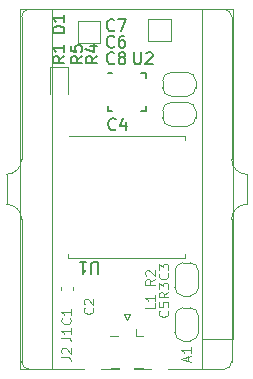
<source format=gbr>
%TF.GenerationSoftware,KiCad,Pcbnew,5.1.4-e60b266~84~ubuntu19.04.1*%
%TF.CreationDate,2020-03-17T21:55:10+00:00*%
%TF.ProjectId,ProMicro_GPS,50726f4d-6963-4726-9f5f-4750532e6b69,v2.3*%
%TF.SameCoordinates,Original*%
%TF.FileFunction,Legend,Top*%
%TF.FilePolarity,Positive*%
%FSLAX45Y45*%
G04 Gerber Fmt 4.5, Leading zero omitted, Abs format (unit mm)*
G04 Created by KiCad (PCBNEW 5.1.4-e60b266~84~ubuntu19.04.1) date 2020-03-17 21:55:10*
%MOMM*%
%LPD*%
G04 APERTURE LIST*
%ADD10C,0.100000*%
%ADD11C,0.120000*%
%ADD12C,0.150000*%
%ADD13C,0.500000*%
%ADD14C,0.590000*%
%ADD15O,1.600000X1.600000*%
%ADD16R,1.600000X1.600000*%
%ADD17R,1.500000X1.500000*%
%ADD18C,0.200000*%
%ADD19R,1.050000X2.200000*%
%ADD20R,1.000000X1.050000*%
%ADD21C,0.875000*%
%ADD22R,1.270000X3.600000*%
%ADD23R,1.350000X4.200000*%
%ADD24R,1.800000X0.700000*%
%ADD25R,1.800000X0.800000*%
G04 APERTURE END LIST*
D10*
X14097000Y-9652000D02*
X14097000Y-9906000D01*
X13970000Y-10033000D02*
G75*
G02X14097000Y-9906000I127000J0D01*
G01*
X13970000Y-10033000D02*
X13970000Y-11239500D01*
X14097000Y-9652000D02*
G75*
G02X13970000Y-9525000I0J127000D01*
G01*
X13970000Y-8318500D02*
X13970000Y-9525000D01*
X12065000Y-9906000D02*
X12065000Y-9652000D01*
X12065000Y-9906000D02*
G75*
G02X12192000Y-10033000I0J-127000D01*
G01*
X12192000Y-11239500D02*
X12192000Y-10033000D01*
X12192000Y-9525000D02*
G75*
G02X12065000Y-9652000I-127000J0D01*
G01*
X12255500Y-11303000D02*
G75*
G02X12192000Y-11239500I0J63500D01*
G01*
X12192000Y-8318500D02*
G75*
G02X12255500Y-8255000I63500J0D01*
G01*
X13906500Y-8255000D02*
G75*
G02X13970000Y-8318500I0J-63500D01*
G01*
X13970000Y-11239500D02*
G75*
G02X13906500Y-11303000I-63500J0D01*
G01*
X12255500Y-8255000D02*
X13906500Y-8255000D01*
X12192000Y-9525000D02*
X12192000Y-8318500D01*
X13906500Y-11303000D02*
X12255500Y-11303000D01*
D11*
X13455500Y-8790000D02*
X13595500Y-8790000D01*
X13665500Y-8860000D02*
X13665500Y-8920000D01*
X13595500Y-8990000D02*
X13455500Y-8990000D01*
X13385500Y-8920000D02*
X13385500Y-8860000D01*
X13385500Y-8860000D02*
G75*
G02X13455500Y-8790000I70000J0D01*
G01*
X13455500Y-8990000D02*
G75*
G02X13385500Y-8920000I0J70000D01*
G01*
X13665500Y-8920000D02*
G75*
G02X13595500Y-8990000I-70000J0D01*
G01*
X13595500Y-8790000D02*
G75*
G02X13665500Y-8860000I0J-70000D01*
G01*
X13489000Y-10992000D02*
X13489000Y-10852000D01*
X13559000Y-10782000D02*
X13619000Y-10782000D01*
X13689000Y-10852000D02*
X13689000Y-10992000D01*
X13619000Y-11062000D02*
X13559000Y-11062000D01*
X13559000Y-11062000D02*
G75*
G02X13489000Y-10992000I0J70000D01*
G01*
X13689000Y-10992000D02*
G75*
G02X13619000Y-11062000I-70000J0D01*
G01*
X13619000Y-10782000D02*
G75*
G02X13689000Y-10852000I0J-70000D01*
G01*
X13489000Y-10852000D02*
G75*
G02X13559000Y-10782000I70000J0D01*
G01*
X13595500Y-9244000D02*
X13455500Y-9244000D01*
X13385500Y-9174000D02*
X13385500Y-9114000D01*
X13455500Y-9044000D02*
X13595500Y-9044000D01*
X13665500Y-9114000D02*
X13665500Y-9174000D01*
X13665500Y-9174000D02*
G75*
G02X13595500Y-9244000I-70000J0D01*
G01*
X13595500Y-9044000D02*
G75*
G02X13665500Y-9114000I0J-70000D01*
G01*
X13385500Y-9114000D02*
G75*
G02X13455500Y-9044000I70000J0D01*
G01*
X13455500Y-9244000D02*
G75*
G02X13385500Y-9174000I0J70000D01*
G01*
X13983000Y-11049000D02*
X13983000Y-8255000D01*
X12446000Y-11303000D02*
X12446000Y-8255000D01*
X13716000Y-11049000D02*
X13983000Y-11049000D01*
X13716000Y-11303000D02*
X13716000Y-8255000D01*
X13983000Y-8255000D02*
X12179000Y-8255000D01*
X12179000Y-8255000D02*
X12179000Y-11303000D01*
X12179000Y-11303000D02*
X13716000Y-11303000D01*
X13455400Y-8527800D02*
X13265400Y-8527800D01*
X13455400Y-8337800D02*
X13455400Y-8527800D01*
X13265400Y-8337800D02*
X13455400Y-8337800D01*
X13265400Y-8527800D02*
X13265400Y-8337800D01*
X12668500Y-8540500D02*
X12668500Y-8350500D01*
X12858500Y-8540500D02*
X12668500Y-8540500D01*
X12858500Y-8350500D02*
X12858500Y-8540500D01*
X12668500Y-8350500D02*
X12858500Y-8350500D01*
D12*
X12921000Y-8793500D02*
X12961000Y-8793500D01*
X13241000Y-8793500D02*
X13201000Y-8793500D01*
X13241000Y-8793500D02*
X13241000Y-8833500D01*
X13241000Y-9113500D02*
X13201000Y-9113500D01*
X13241000Y-9113500D02*
X13241000Y-9073500D01*
X12921000Y-9113500D02*
X12961000Y-9113500D01*
X12921000Y-9113500D02*
X12921000Y-9073500D01*
D11*
X13489000Y-10611000D02*
X13489000Y-10471000D01*
X13559000Y-10401000D02*
X13619000Y-10401000D01*
X13689000Y-10471000D02*
X13689000Y-10611000D01*
X13619000Y-10681000D02*
X13559000Y-10681000D01*
X13559000Y-10681000D02*
G75*
G02X13489000Y-10611000I0J70000D01*
G01*
X13689000Y-10611000D02*
G75*
G02X13619000Y-10681000I-70000J0D01*
G01*
X13619000Y-10401000D02*
G75*
G02X13689000Y-10471000I0J-70000D01*
G01*
X13489000Y-10471000D02*
G75*
G02X13559000Y-10401000I70000J0D01*
G01*
X13216000Y-11296000D02*
X12946000Y-11296000D01*
X13157000Y-11024000D02*
X13157000Y-10961000D01*
X12941000Y-11024000D02*
X13005000Y-11024000D01*
X13221000Y-11024000D02*
X13157000Y-11024000D01*
X12436000Y-8741500D02*
X12436000Y-8970000D01*
X12583000Y-8741500D02*
X12436000Y-8741500D01*
X12583000Y-8970000D02*
X12583000Y-8741500D01*
X12522000Y-10603472D02*
X12522000Y-10636028D01*
X12624000Y-10603472D02*
X12624000Y-10636028D01*
X13081000Y-10886500D02*
X13106000Y-10836500D01*
X13106000Y-10836500D02*
X13056000Y-10836500D01*
X13056000Y-10836500D02*
X13081000Y-10886500D01*
X12596000Y-9326500D02*
X13577000Y-9326500D01*
X12585000Y-10358500D02*
X13577000Y-10358500D01*
X13577000Y-10324500D02*
X13577000Y-10358500D01*
X12585000Y-10324500D02*
X12585000Y-10358500D01*
X13577000Y-9326500D02*
X13577000Y-9360500D01*
D12*
X12975433Y-8709814D02*
X12970671Y-8714576D01*
X12956386Y-8719338D01*
X12946862Y-8719338D01*
X12932576Y-8714576D01*
X12923052Y-8705052D01*
X12918290Y-8695529D01*
X12913528Y-8676481D01*
X12913528Y-8662195D01*
X12918290Y-8643148D01*
X12923052Y-8633624D01*
X12932576Y-8624100D01*
X12946862Y-8619338D01*
X12956386Y-8619338D01*
X12970671Y-8624100D01*
X12975433Y-8628862D01*
X13032576Y-8662195D02*
X13023052Y-8657433D01*
X13018290Y-8652671D01*
X13013528Y-8643148D01*
X13013528Y-8638386D01*
X13018290Y-8628862D01*
X13023052Y-8624100D01*
X13032576Y-8619338D01*
X13051624Y-8619338D01*
X13061148Y-8624100D01*
X13065909Y-8628862D01*
X13070671Y-8638386D01*
X13070671Y-8643148D01*
X13065909Y-8652671D01*
X13061148Y-8657433D01*
X13051624Y-8662195D01*
X13032576Y-8662195D01*
X13023052Y-8666957D01*
X13018290Y-8671719D01*
X13013528Y-8681243D01*
X13013528Y-8700290D01*
X13018290Y-8709814D01*
X13023052Y-8714576D01*
X13032576Y-8719338D01*
X13051624Y-8719338D01*
X13061148Y-8714576D01*
X13065909Y-8709814D01*
X13070671Y-8700290D01*
X13070671Y-8681243D01*
X13065909Y-8671719D01*
X13061148Y-8666957D01*
X13051624Y-8662195D01*
X12834138Y-8652667D02*
X12786519Y-8686000D01*
X12834138Y-8709810D02*
X12734138Y-8709810D01*
X12734138Y-8671714D01*
X12738900Y-8662190D01*
X12743662Y-8657429D01*
X12753186Y-8652667D01*
X12767471Y-8652667D01*
X12776995Y-8657429D01*
X12781757Y-8662190D01*
X12786519Y-8671714D01*
X12786519Y-8709810D01*
X12767471Y-8566952D02*
X12834138Y-8566952D01*
X12729376Y-8590762D02*
X12800805Y-8614571D01*
X12800805Y-8552667D01*
X12975433Y-8430414D02*
X12970671Y-8435176D01*
X12956386Y-8439938D01*
X12946862Y-8439938D01*
X12932576Y-8435176D01*
X12923052Y-8425652D01*
X12918290Y-8416129D01*
X12913528Y-8397081D01*
X12913528Y-8382795D01*
X12918290Y-8363748D01*
X12923052Y-8354224D01*
X12932576Y-8344700D01*
X12946862Y-8339938D01*
X12956386Y-8339938D01*
X12970671Y-8344700D01*
X12975433Y-8349462D01*
X13008767Y-8339938D02*
X13075433Y-8339938D01*
X13032576Y-8439938D01*
D11*
X12792071Y-10782933D02*
X12795881Y-10786743D01*
X12799690Y-10798171D01*
X12799690Y-10805790D01*
X12795881Y-10817219D01*
X12788262Y-10824838D01*
X12780643Y-10828648D01*
X12765405Y-10832457D01*
X12753976Y-10832457D01*
X12738738Y-10828648D01*
X12731119Y-10824838D01*
X12723500Y-10817219D01*
X12719690Y-10805790D01*
X12719690Y-10798171D01*
X12723500Y-10786743D01*
X12727309Y-10782933D01*
X12727309Y-10752457D02*
X12723500Y-10748648D01*
X12719690Y-10741029D01*
X12719690Y-10721981D01*
X12723500Y-10714362D01*
X12727309Y-10710552D01*
X12734928Y-10706743D01*
X12742548Y-10706743D01*
X12753976Y-10710552D01*
X12799690Y-10756267D01*
X12799690Y-10706743D01*
X13602333Y-11233143D02*
X13602333Y-11195048D01*
X13625190Y-11240762D02*
X13545190Y-11214095D01*
X13625190Y-11187428D01*
X13625190Y-11118857D02*
X13625190Y-11164571D01*
X13625190Y-11141714D02*
X13545190Y-11141714D01*
X13556619Y-11149333D01*
X13564238Y-11156952D01*
X13568048Y-11164571D01*
D12*
X12707138Y-8652667D02*
X12659519Y-8686000D01*
X12707138Y-8709810D02*
X12607138Y-8709810D01*
X12607138Y-8671714D01*
X12611900Y-8662190D01*
X12616662Y-8657429D01*
X12626186Y-8652667D01*
X12640471Y-8652667D01*
X12649995Y-8657429D01*
X12654757Y-8662190D01*
X12659519Y-8671714D01*
X12659519Y-8709810D01*
X12607138Y-8562190D02*
X12607138Y-8609810D01*
X12654757Y-8614571D01*
X12649995Y-8609810D01*
X12645233Y-8600286D01*
X12645233Y-8576476D01*
X12649995Y-8566952D01*
X12654757Y-8562190D01*
X12664281Y-8557429D01*
X12688090Y-8557429D01*
X12697614Y-8562190D01*
X12702376Y-8566952D01*
X12707138Y-8576476D01*
X12707138Y-8600286D01*
X12702376Y-8609810D01*
X12697614Y-8614571D01*
X12975433Y-8570114D02*
X12970671Y-8574876D01*
X12956386Y-8579638D01*
X12946862Y-8579638D01*
X12932576Y-8574876D01*
X12923052Y-8565352D01*
X12918290Y-8555829D01*
X12913528Y-8536781D01*
X12913528Y-8522495D01*
X12918290Y-8503448D01*
X12923052Y-8493924D01*
X12932576Y-8484400D01*
X12946862Y-8479638D01*
X12956386Y-8479638D01*
X12970671Y-8484400D01*
X12975433Y-8489162D01*
X13061148Y-8479638D02*
X13042100Y-8479638D01*
X13032576Y-8484400D01*
X13027814Y-8489162D01*
X13018290Y-8503448D01*
X13013528Y-8522495D01*
X13013528Y-8560590D01*
X13018290Y-8570114D01*
X13023052Y-8574876D01*
X13032576Y-8579638D01*
X13051624Y-8579638D01*
X13061148Y-8574876D01*
X13065909Y-8570114D01*
X13070671Y-8560590D01*
X13070671Y-8536781D01*
X13065909Y-8527257D01*
X13061148Y-8522495D01*
X13051624Y-8517733D01*
X13032576Y-8517733D01*
X13023052Y-8522495D01*
X13018290Y-8527257D01*
X13013528Y-8536781D01*
X12988133Y-9268614D02*
X12983371Y-9273376D01*
X12969086Y-9278138D01*
X12959562Y-9278138D01*
X12945276Y-9273376D01*
X12935752Y-9263852D01*
X12930990Y-9254329D01*
X12926228Y-9235281D01*
X12926228Y-9220995D01*
X12930990Y-9201948D01*
X12935752Y-9192424D01*
X12945276Y-9182900D01*
X12959562Y-9178138D01*
X12969086Y-9178138D01*
X12983371Y-9182900D01*
X12988133Y-9187662D01*
X13073848Y-9211471D02*
X13073848Y-9278138D01*
X13050038Y-9173376D02*
X13026228Y-9244805D01*
X13088133Y-9244805D01*
X13144509Y-8619338D02*
X13144509Y-8700290D01*
X13149271Y-8709814D01*
X13154033Y-8714576D01*
X13163557Y-8719338D01*
X13182605Y-8719338D01*
X13192128Y-8714576D01*
X13196890Y-8709814D01*
X13201652Y-8700290D01*
X13201652Y-8619338D01*
X13244509Y-8628862D02*
X13249271Y-8624100D01*
X13258795Y-8619338D01*
X13282605Y-8619338D01*
X13292128Y-8624100D01*
X13296890Y-8628862D01*
X13301652Y-8638386D01*
X13301652Y-8647910D01*
X13296890Y-8662195D01*
X13239748Y-8719338D01*
X13301652Y-8719338D01*
D11*
X12529190Y-11037567D02*
X12586333Y-11037567D01*
X12597762Y-11041376D01*
X12605381Y-11048995D01*
X12609190Y-11060424D01*
X12609190Y-11068043D01*
X12609190Y-10957567D02*
X12609190Y-11003281D01*
X12609190Y-10980424D02*
X12529190Y-10980424D01*
X12540619Y-10988043D01*
X12548238Y-10995662D01*
X12552048Y-11003281D01*
D12*
X12554738Y-8652667D02*
X12507119Y-8686000D01*
X12554738Y-8709810D02*
X12454738Y-8709810D01*
X12454738Y-8671714D01*
X12459500Y-8662190D01*
X12464262Y-8657429D01*
X12473786Y-8652667D01*
X12488071Y-8652667D01*
X12497595Y-8657429D01*
X12502357Y-8662190D01*
X12507119Y-8671714D01*
X12507119Y-8709810D01*
X12554738Y-8557429D02*
X12554738Y-8614571D01*
X12554738Y-8586000D02*
X12454738Y-8586000D01*
X12469024Y-8595524D01*
X12478548Y-8605048D01*
X12483309Y-8614571D01*
X12554738Y-8455810D02*
X12454738Y-8455810D01*
X12454738Y-8432000D01*
X12459500Y-8417714D01*
X12469024Y-8408190D01*
X12478548Y-8403429D01*
X12497595Y-8398667D01*
X12511881Y-8398667D01*
X12530928Y-8403429D01*
X12540452Y-8408190D01*
X12549976Y-8417714D01*
X12554738Y-8432000D01*
X12554738Y-8455810D01*
X12554738Y-8303428D02*
X12554738Y-8360571D01*
X12554738Y-8332000D02*
X12454738Y-8332000D01*
X12469024Y-8341524D01*
X12478548Y-8351048D01*
X12483309Y-8360571D01*
D11*
X12601571Y-10871833D02*
X12605381Y-10875643D01*
X12609190Y-10887071D01*
X12609190Y-10894690D01*
X12605381Y-10906119D01*
X12597762Y-10913738D01*
X12590143Y-10917548D01*
X12574905Y-10921357D01*
X12563476Y-10921357D01*
X12548238Y-10917548D01*
X12540619Y-10913738D01*
X12533000Y-10906119D01*
X12529190Y-10894690D01*
X12529190Y-10887071D01*
X12533000Y-10875643D01*
X12536809Y-10871833D01*
X12609190Y-10795643D02*
X12609190Y-10841357D01*
X12609190Y-10818500D02*
X12529190Y-10818500D01*
X12540619Y-10826119D01*
X12548238Y-10833738D01*
X12552048Y-10841357D01*
X13320390Y-10541633D02*
X13282295Y-10568300D01*
X13320390Y-10587348D02*
X13240390Y-10587348D01*
X13240390Y-10556871D01*
X13244200Y-10549252D01*
X13248009Y-10545443D01*
X13255628Y-10541633D01*
X13267057Y-10541633D01*
X13274676Y-10545443D01*
X13278486Y-10549252D01*
X13282295Y-10556871D01*
X13282295Y-10587348D01*
X13248009Y-10511157D02*
X13244200Y-10507348D01*
X13240390Y-10499729D01*
X13240390Y-10480681D01*
X13244200Y-10473062D01*
X13248009Y-10469252D01*
X13255628Y-10465443D01*
X13263248Y-10465443D01*
X13274676Y-10469252D01*
X13320390Y-10514967D01*
X13320390Y-10465443D01*
X13320390Y-10744833D02*
X13320390Y-10782929D01*
X13240390Y-10782929D01*
X13320390Y-10676262D02*
X13320390Y-10721976D01*
X13320390Y-10699119D02*
X13240390Y-10699119D01*
X13251819Y-10706738D01*
X13259438Y-10714357D01*
X13263248Y-10721976D01*
X13434690Y-10649583D02*
X13396595Y-10676250D01*
X13434690Y-10695298D02*
X13354690Y-10695298D01*
X13354690Y-10664821D01*
X13358500Y-10657202D01*
X13362309Y-10653393D01*
X13369928Y-10649583D01*
X13381357Y-10649583D01*
X13388976Y-10653393D01*
X13392786Y-10657202D01*
X13396595Y-10664821D01*
X13396595Y-10695298D01*
X13354690Y-10622917D02*
X13354690Y-10573393D01*
X13385167Y-10600060D01*
X13385167Y-10588631D01*
X13388976Y-10581012D01*
X13392786Y-10577202D01*
X13400405Y-10573393D01*
X13419452Y-10573393D01*
X13427071Y-10577202D01*
X13430881Y-10581012D01*
X13434690Y-10588631D01*
X13434690Y-10611488D01*
X13430881Y-10619107D01*
X13427071Y-10622917D01*
X13427071Y-10808333D02*
X13430881Y-10812143D01*
X13434690Y-10823571D01*
X13434690Y-10831190D01*
X13430881Y-10842619D01*
X13423262Y-10850238D01*
X13415643Y-10854048D01*
X13400405Y-10857857D01*
X13388976Y-10857857D01*
X13373738Y-10854048D01*
X13366119Y-10850238D01*
X13358500Y-10842619D01*
X13354690Y-10831190D01*
X13354690Y-10823571D01*
X13358500Y-10812143D01*
X13362309Y-10808333D01*
X13354690Y-10735952D02*
X13354690Y-10774048D01*
X13392786Y-10777857D01*
X13388976Y-10774048D01*
X13385167Y-10766429D01*
X13385167Y-10747381D01*
X13388976Y-10739762D01*
X13392786Y-10735952D01*
X13400405Y-10732143D01*
X13419452Y-10732143D01*
X13427071Y-10735952D01*
X13430881Y-10739762D01*
X13434690Y-10747381D01*
X13434690Y-10766429D01*
X13430881Y-10774048D01*
X13427071Y-10777857D01*
X13427071Y-10490833D02*
X13430881Y-10494643D01*
X13434690Y-10506071D01*
X13434690Y-10513690D01*
X13430881Y-10525119D01*
X13423262Y-10532738D01*
X13415643Y-10536548D01*
X13400405Y-10540357D01*
X13388976Y-10540357D01*
X13373738Y-10536548D01*
X13366119Y-10532738D01*
X13358500Y-10525119D01*
X13354690Y-10513690D01*
X13354690Y-10506071D01*
X13358500Y-10494643D01*
X13362309Y-10490833D01*
X13354690Y-10464167D02*
X13354690Y-10414643D01*
X13385167Y-10441310D01*
X13385167Y-10429881D01*
X13388976Y-10422262D01*
X13392786Y-10418452D01*
X13400405Y-10414643D01*
X13419452Y-10414643D01*
X13427071Y-10418452D01*
X13430881Y-10422262D01*
X13434690Y-10429881D01*
X13434690Y-10452738D01*
X13430881Y-10460357D01*
X13427071Y-10464167D01*
X12529190Y-11202667D02*
X12586333Y-11202667D01*
X12597762Y-11206476D01*
X12605381Y-11214095D01*
X12609190Y-11225524D01*
X12609190Y-11233143D01*
X12536809Y-11168381D02*
X12533000Y-11164571D01*
X12529190Y-11156952D01*
X12529190Y-11137905D01*
X12533000Y-11130286D01*
X12536809Y-11126476D01*
X12544428Y-11122667D01*
X12552048Y-11122667D01*
X12563476Y-11126476D01*
X12609190Y-11172190D01*
X12609190Y-11122667D01*
D12*
X12839690Y-10494162D02*
X12839690Y-10413210D01*
X12834928Y-10403686D01*
X12830167Y-10398924D01*
X12820643Y-10394162D01*
X12801595Y-10394162D01*
X12792071Y-10398924D01*
X12787309Y-10403686D01*
X12782548Y-10413210D01*
X12782548Y-10494162D01*
X12682548Y-10394162D02*
X12739690Y-10394162D01*
X12711119Y-10394162D02*
X12711119Y-10494162D01*
X12720643Y-10479876D01*
X12730167Y-10470352D01*
X12739690Y-10465590D01*
%LPC*%
D13*
X13590500Y-8890000D03*
D12*
G36*
X13590500Y-8815060D02*
G01*
X13592953Y-8815060D01*
X13597836Y-8815541D01*
X13602649Y-8816498D01*
X13607344Y-8817923D01*
X13611878Y-8819801D01*
X13616205Y-8822114D01*
X13620285Y-8824840D01*
X13624078Y-8827952D01*
X13627548Y-8831422D01*
X13630660Y-8835215D01*
X13633386Y-8839295D01*
X13635699Y-8843622D01*
X13637577Y-8848156D01*
X13639002Y-8852851D01*
X13639959Y-8857664D01*
X13640440Y-8862547D01*
X13640440Y-8865000D01*
X13640500Y-8865000D01*
X13640500Y-8915000D01*
X13640440Y-8915000D01*
X13640440Y-8917453D01*
X13639959Y-8922337D01*
X13639002Y-8927149D01*
X13637577Y-8931845D01*
X13635699Y-8936378D01*
X13633386Y-8940705D01*
X13630660Y-8944785D01*
X13627548Y-8948578D01*
X13624078Y-8952048D01*
X13620285Y-8955160D01*
X13616205Y-8957886D01*
X13611878Y-8960200D01*
X13607344Y-8962077D01*
X13602649Y-8963502D01*
X13597836Y-8964459D01*
X13592953Y-8964940D01*
X13590500Y-8964940D01*
X13590500Y-8965000D01*
X13540500Y-8965000D01*
X13540500Y-8815000D01*
X13590500Y-8815000D01*
X13590500Y-8815060D01*
X13590500Y-8815060D01*
G37*
D13*
X13460500Y-8890000D03*
D12*
G36*
X13510500Y-8965000D02*
G01*
X13460500Y-8965000D01*
X13460500Y-8964940D01*
X13458047Y-8964940D01*
X13453163Y-8964459D01*
X13448351Y-8963502D01*
X13443655Y-8962077D01*
X13439122Y-8960200D01*
X13434795Y-8957886D01*
X13430715Y-8955160D01*
X13426922Y-8952048D01*
X13423452Y-8948578D01*
X13420340Y-8944785D01*
X13417614Y-8940705D01*
X13415300Y-8936378D01*
X13413423Y-8931845D01*
X13411998Y-8927149D01*
X13411041Y-8922337D01*
X13410560Y-8917453D01*
X13410560Y-8915000D01*
X13410500Y-8915000D01*
X13410500Y-8865000D01*
X13410560Y-8865000D01*
X13410560Y-8862547D01*
X13411041Y-8857664D01*
X13411998Y-8852851D01*
X13413423Y-8848156D01*
X13415300Y-8843622D01*
X13417614Y-8839295D01*
X13420340Y-8835215D01*
X13423452Y-8831422D01*
X13426922Y-8827952D01*
X13430715Y-8824840D01*
X13434795Y-8822114D01*
X13439122Y-8819801D01*
X13443655Y-8817923D01*
X13448351Y-8816498D01*
X13453163Y-8815541D01*
X13458047Y-8815060D01*
X13460500Y-8815060D01*
X13460500Y-8815000D01*
X13510500Y-8815000D01*
X13510500Y-8965000D01*
X13510500Y-8965000D01*
G37*
D13*
X13589000Y-10987000D03*
D12*
G36*
X13664000Y-10937000D02*
G01*
X13664000Y-10987000D01*
X13663940Y-10987000D01*
X13663940Y-10989453D01*
X13663459Y-10994337D01*
X13662502Y-10999149D01*
X13661077Y-11003845D01*
X13659199Y-11008378D01*
X13656886Y-11012705D01*
X13654160Y-11016785D01*
X13651048Y-11020578D01*
X13647578Y-11024048D01*
X13643785Y-11027160D01*
X13639705Y-11029886D01*
X13635378Y-11032200D01*
X13630844Y-11034077D01*
X13626149Y-11035502D01*
X13621336Y-11036459D01*
X13616453Y-11036940D01*
X13614000Y-11036940D01*
X13614000Y-11037000D01*
X13564000Y-11037000D01*
X13564000Y-11036940D01*
X13561547Y-11036940D01*
X13556663Y-11036459D01*
X13551851Y-11035502D01*
X13547155Y-11034077D01*
X13542622Y-11032200D01*
X13538295Y-11029886D01*
X13534215Y-11027160D01*
X13530422Y-11024048D01*
X13526952Y-11020578D01*
X13523840Y-11016785D01*
X13521114Y-11012705D01*
X13518800Y-11008378D01*
X13516923Y-11003845D01*
X13515498Y-10999149D01*
X13514541Y-10994337D01*
X13514060Y-10989453D01*
X13514060Y-10987000D01*
X13514000Y-10987000D01*
X13514000Y-10937000D01*
X13664000Y-10937000D01*
X13664000Y-10937000D01*
G37*
D13*
X13589000Y-10857000D03*
D12*
G36*
X13514060Y-10857000D02*
G01*
X13514060Y-10854547D01*
X13514541Y-10849664D01*
X13515498Y-10844851D01*
X13516923Y-10840156D01*
X13518800Y-10835622D01*
X13521114Y-10831295D01*
X13523840Y-10827215D01*
X13526952Y-10823422D01*
X13530422Y-10819952D01*
X13534215Y-10816840D01*
X13538295Y-10814114D01*
X13542622Y-10811801D01*
X13547155Y-10809923D01*
X13551851Y-10808498D01*
X13556663Y-10807541D01*
X13561547Y-10807060D01*
X13564000Y-10807060D01*
X13564000Y-10807000D01*
X13614000Y-10807000D01*
X13614000Y-10807060D01*
X13616453Y-10807060D01*
X13621336Y-10807541D01*
X13626149Y-10808498D01*
X13630844Y-10809923D01*
X13635378Y-10811801D01*
X13639705Y-10814114D01*
X13643785Y-10816840D01*
X13647578Y-10819952D01*
X13651048Y-10823422D01*
X13654160Y-10827215D01*
X13656886Y-10831295D01*
X13659199Y-10835622D01*
X13661077Y-10840156D01*
X13662502Y-10844851D01*
X13663459Y-10849664D01*
X13663940Y-10854547D01*
X13663940Y-10857000D01*
X13664000Y-10857000D01*
X13664000Y-10907000D01*
X13514000Y-10907000D01*
X13514000Y-10857000D01*
X13514060Y-10857000D01*
X13514060Y-10857000D01*
G37*
G36*
X12693096Y-9200971D02*
G01*
X12694528Y-9201183D01*
X12695932Y-9201535D01*
X12697295Y-9202023D01*
X12698603Y-9202642D01*
X12699845Y-9203386D01*
X12701007Y-9204248D01*
X12702080Y-9205220D01*
X12703052Y-9206293D01*
X12703914Y-9207455D01*
X12704658Y-9208697D01*
X12705277Y-9210005D01*
X12705765Y-9211368D01*
X12706117Y-9212772D01*
X12706329Y-9214204D01*
X12706400Y-9215650D01*
X12706400Y-9250150D01*
X12706329Y-9251596D01*
X12706117Y-9253028D01*
X12705765Y-9254432D01*
X12705277Y-9255795D01*
X12704658Y-9257103D01*
X12703914Y-9258345D01*
X12703052Y-9259507D01*
X12702080Y-9260580D01*
X12701007Y-9261552D01*
X12699845Y-9262414D01*
X12698603Y-9263158D01*
X12697295Y-9263777D01*
X12695932Y-9264265D01*
X12694528Y-9264617D01*
X12693096Y-9264829D01*
X12691650Y-9264900D01*
X12662150Y-9264900D01*
X12660704Y-9264829D01*
X12659272Y-9264617D01*
X12657868Y-9264265D01*
X12656505Y-9263777D01*
X12655197Y-9263158D01*
X12653955Y-9262414D01*
X12652793Y-9261552D01*
X12651720Y-9260580D01*
X12650748Y-9259507D01*
X12649886Y-9258345D01*
X12649142Y-9257103D01*
X12648523Y-9255795D01*
X12648035Y-9254432D01*
X12647683Y-9253028D01*
X12647471Y-9251596D01*
X12647400Y-9250150D01*
X12647400Y-9215650D01*
X12647471Y-9214204D01*
X12647683Y-9212772D01*
X12648035Y-9211368D01*
X12648523Y-9210005D01*
X12649142Y-9208697D01*
X12649886Y-9207455D01*
X12650748Y-9206293D01*
X12651720Y-9205220D01*
X12652793Y-9204248D01*
X12653955Y-9203386D01*
X12655197Y-9202642D01*
X12656505Y-9202023D01*
X12657868Y-9201535D01*
X12659272Y-9201183D01*
X12660704Y-9200971D01*
X12662150Y-9200900D01*
X12691650Y-9200900D01*
X12693096Y-9200971D01*
X12693096Y-9200971D01*
G37*
D14*
X12676900Y-9232900D03*
D12*
G36*
X12790096Y-9200971D02*
G01*
X12791528Y-9201183D01*
X12792932Y-9201535D01*
X12794295Y-9202023D01*
X12795603Y-9202642D01*
X12796845Y-9203386D01*
X12798007Y-9204248D01*
X12799080Y-9205220D01*
X12800052Y-9206293D01*
X12800914Y-9207455D01*
X12801658Y-9208697D01*
X12802277Y-9210005D01*
X12802765Y-9211368D01*
X12803117Y-9212772D01*
X12803329Y-9214204D01*
X12803400Y-9215650D01*
X12803400Y-9250150D01*
X12803329Y-9251596D01*
X12803117Y-9253028D01*
X12802765Y-9254432D01*
X12802277Y-9255795D01*
X12801658Y-9257103D01*
X12800914Y-9258345D01*
X12800052Y-9259507D01*
X12799080Y-9260580D01*
X12798007Y-9261552D01*
X12796845Y-9262414D01*
X12795603Y-9263158D01*
X12794295Y-9263777D01*
X12792932Y-9264265D01*
X12791528Y-9264617D01*
X12790096Y-9264829D01*
X12788650Y-9264900D01*
X12759150Y-9264900D01*
X12757704Y-9264829D01*
X12756272Y-9264617D01*
X12754868Y-9264265D01*
X12753505Y-9263777D01*
X12752197Y-9263158D01*
X12750955Y-9262414D01*
X12749793Y-9261552D01*
X12748720Y-9260580D01*
X12747748Y-9259507D01*
X12746886Y-9258345D01*
X12746142Y-9257103D01*
X12745523Y-9255795D01*
X12745035Y-9254432D01*
X12744683Y-9253028D01*
X12744471Y-9251596D01*
X12744400Y-9250150D01*
X12744400Y-9215650D01*
X12744471Y-9214204D01*
X12744683Y-9212772D01*
X12745035Y-9211368D01*
X12745523Y-9210005D01*
X12746142Y-9208697D01*
X12746886Y-9207455D01*
X12747748Y-9206293D01*
X12748720Y-9205220D01*
X12749793Y-9204248D01*
X12750955Y-9203386D01*
X12752197Y-9202642D01*
X12753505Y-9202023D01*
X12754868Y-9201535D01*
X12756272Y-9201183D01*
X12757704Y-9200971D01*
X12759150Y-9200900D01*
X12788650Y-9200900D01*
X12790096Y-9200971D01*
X12790096Y-9200971D01*
G37*
D14*
X12773900Y-9232900D03*
D12*
G36*
X12807596Y-8723171D02*
G01*
X12809028Y-8723383D01*
X12810432Y-8723735D01*
X12811795Y-8724223D01*
X12813103Y-8724842D01*
X12814345Y-8725586D01*
X12815507Y-8726448D01*
X12816580Y-8727420D01*
X12817552Y-8728493D01*
X12818414Y-8729655D01*
X12819158Y-8730897D01*
X12819777Y-8732205D01*
X12820265Y-8733568D01*
X12820617Y-8734972D01*
X12820829Y-8736404D01*
X12820900Y-8737850D01*
X12820900Y-8767350D01*
X12820829Y-8768796D01*
X12820617Y-8770228D01*
X12820265Y-8771632D01*
X12819777Y-8772995D01*
X12819158Y-8774303D01*
X12818414Y-8775545D01*
X12817552Y-8776707D01*
X12816580Y-8777780D01*
X12815507Y-8778752D01*
X12814345Y-8779614D01*
X12813103Y-8780358D01*
X12811795Y-8780977D01*
X12810432Y-8781465D01*
X12809028Y-8781817D01*
X12807596Y-8782029D01*
X12806150Y-8782100D01*
X12771650Y-8782100D01*
X12770204Y-8782029D01*
X12768772Y-8781817D01*
X12767368Y-8781465D01*
X12766005Y-8780977D01*
X12764697Y-8780358D01*
X12763455Y-8779614D01*
X12762293Y-8778752D01*
X12761220Y-8777780D01*
X12760248Y-8776707D01*
X12759386Y-8775545D01*
X12758642Y-8774303D01*
X12758023Y-8772995D01*
X12757535Y-8771632D01*
X12757183Y-8770228D01*
X12756971Y-8768796D01*
X12756900Y-8767350D01*
X12756900Y-8737850D01*
X12756971Y-8736404D01*
X12757183Y-8734972D01*
X12757535Y-8733568D01*
X12758023Y-8732205D01*
X12758642Y-8730897D01*
X12759386Y-8729655D01*
X12760248Y-8728493D01*
X12761220Y-8727420D01*
X12762293Y-8726448D01*
X12763455Y-8725586D01*
X12764697Y-8724842D01*
X12766005Y-8724223D01*
X12767368Y-8723735D01*
X12768772Y-8723383D01*
X12770204Y-8723171D01*
X12771650Y-8723100D01*
X12806150Y-8723100D01*
X12807596Y-8723171D01*
X12807596Y-8723171D01*
G37*
D14*
X12788900Y-8752600D03*
D12*
G36*
X12807596Y-8820171D02*
G01*
X12809028Y-8820383D01*
X12810432Y-8820735D01*
X12811795Y-8821223D01*
X12813103Y-8821842D01*
X12814345Y-8822586D01*
X12815507Y-8823448D01*
X12816580Y-8824420D01*
X12817552Y-8825493D01*
X12818414Y-8826655D01*
X12819158Y-8827897D01*
X12819777Y-8829205D01*
X12820265Y-8830568D01*
X12820617Y-8831972D01*
X12820829Y-8833404D01*
X12820900Y-8834850D01*
X12820900Y-8864350D01*
X12820829Y-8865796D01*
X12820617Y-8867228D01*
X12820265Y-8868632D01*
X12819777Y-8869995D01*
X12819158Y-8871303D01*
X12818414Y-8872545D01*
X12817552Y-8873707D01*
X12816580Y-8874780D01*
X12815507Y-8875752D01*
X12814345Y-8876614D01*
X12813103Y-8877358D01*
X12811795Y-8877977D01*
X12810432Y-8878465D01*
X12809028Y-8878817D01*
X12807596Y-8879029D01*
X12806150Y-8879100D01*
X12771650Y-8879100D01*
X12770204Y-8879029D01*
X12768772Y-8878817D01*
X12767368Y-8878465D01*
X12766005Y-8877977D01*
X12764697Y-8877358D01*
X12763455Y-8876614D01*
X12762293Y-8875752D01*
X12761220Y-8874780D01*
X12760248Y-8873707D01*
X12759386Y-8872545D01*
X12758642Y-8871303D01*
X12758023Y-8869995D01*
X12757535Y-8868632D01*
X12757183Y-8867228D01*
X12756971Y-8865796D01*
X12756900Y-8864350D01*
X12756900Y-8834850D01*
X12756971Y-8833404D01*
X12757183Y-8831972D01*
X12757535Y-8830568D01*
X12758023Y-8829205D01*
X12758642Y-8827897D01*
X12759386Y-8826655D01*
X12760248Y-8825493D01*
X12761220Y-8824420D01*
X12762293Y-8823448D01*
X12763455Y-8822586D01*
X12764697Y-8821842D01*
X12766005Y-8821223D01*
X12767368Y-8820735D01*
X12768772Y-8820383D01*
X12770204Y-8820171D01*
X12771650Y-8820100D01*
X12806150Y-8820100D01*
X12807596Y-8820171D01*
X12807596Y-8820171D01*
G37*
D14*
X12788900Y-8849600D03*
D12*
G36*
X12693096Y-8946971D02*
G01*
X12694528Y-8947183D01*
X12695932Y-8947535D01*
X12697295Y-8948023D01*
X12698603Y-8948642D01*
X12699845Y-8949386D01*
X12701007Y-8950248D01*
X12702080Y-8951220D01*
X12703052Y-8952293D01*
X12703914Y-8953455D01*
X12704658Y-8954697D01*
X12705277Y-8956005D01*
X12705765Y-8957368D01*
X12706117Y-8958772D01*
X12706329Y-8960204D01*
X12706400Y-8961650D01*
X12706400Y-8996150D01*
X12706329Y-8997596D01*
X12706117Y-8999028D01*
X12705765Y-9000432D01*
X12705277Y-9001795D01*
X12704658Y-9003103D01*
X12703914Y-9004345D01*
X12703052Y-9005507D01*
X12702080Y-9006580D01*
X12701007Y-9007552D01*
X12699845Y-9008414D01*
X12698603Y-9009158D01*
X12697295Y-9009777D01*
X12695932Y-9010265D01*
X12694528Y-9010617D01*
X12693096Y-9010829D01*
X12691650Y-9010900D01*
X12662150Y-9010900D01*
X12660704Y-9010829D01*
X12659272Y-9010617D01*
X12657868Y-9010265D01*
X12656505Y-9009777D01*
X12655197Y-9009158D01*
X12653955Y-9008414D01*
X12652793Y-9007552D01*
X12651720Y-9006580D01*
X12650748Y-9005507D01*
X12649886Y-9004345D01*
X12649142Y-9003103D01*
X12648523Y-9001795D01*
X12648035Y-9000432D01*
X12647683Y-8999028D01*
X12647471Y-8997596D01*
X12647400Y-8996150D01*
X12647400Y-8961650D01*
X12647471Y-8960204D01*
X12647683Y-8958772D01*
X12648035Y-8957368D01*
X12648523Y-8956005D01*
X12649142Y-8954697D01*
X12649886Y-8953455D01*
X12650748Y-8952293D01*
X12651720Y-8951220D01*
X12652793Y-8950248D01*
X12653955Y-8949386D01*
X12655197Y-8948642D01*
X12656505Y-8948023D01*
X12657868Y-8947535D01*
X12659272Y-8947183D01*
X12660704Y-8946971D01*
X12662150Y-8946900D01*
X12691650Y-8946900D01*
X12693096Y-8946971D01*
X12693096Y-8946971D01*
G37*
D14*
X12676900Y-8978900D03*
D12*
G36*
X12790096Y-8946971D02*
G01*
X12791528Y-8947183D01*
X12792932Y-8947535D01*
X12794295Y-8948023D01*
X12795603Y-8948642D01*
X12796845Y-8949386D01*
X12798007Y-8950248D01*
X12799080Y-8951220D01*
X12800052Y-8952293D01*
X12800914Y-8953455D01*
X12801658Y-8954697D01*
X12802277Y-8956005D01*
X12802765Y-8957368D01*
X12803117Y-8958772D01*
X12803329Y-8960204D01*
X12803400Y-8961650D01*
X12803400Y-8996150D01*
X12803329Y-8997596D01*
X12803117Y-8999028D01*
X12802765Y-9000432D01*
X12802277Y-9001795D01*
X12801658Y-9003103D01*
X12800914Y-9004345D01*
X12800052Y-9005507D01*
X12799080Y-9006580D01*
X12798007Y-9007552D01*
X12796845Y-9008414D01*
X12795603Y-9009158D01*
X12794295Y-9009777D01*
X12792932Y-9010265D01*
X12791528Y-9010617D01*
X12790096Y-9010829D01*
X12788650Y-9010900D01*
X12759150Y-9010900D01*
X12757704Y-9010829D01*
X12756272Y-9010617D01*
X12754868Y-9010265D01*
X12753505Y-9009777D01*
X12752197Y-9009158D01*
X12750955Y-9008414D01*
X12749793Y-9007552D01*
X12748720Y-9006580D01*
X12747748Y-9005507D01*
X12746886Y-9004345D01*
X12746142Y-9003103D01*
X12745523Y-9001795D01*
X12745035Y-9000432D01*
X12744683Y-8999028D01*
X12744471Y-8997596D01*
X12744400Y-8996150D01*
X12744400Y-8961650D01*
X12744471Y-8960204D01*
X12744683Y-8958772D01*
X12745035Y-8957368D01*
X12745523Y-8956005D01*
X12746142Y-8954697D01*
X12746886Y-8953455D01*
X12747748Y-8952293D01*
X12748720Y-8951220D01*
X12749793Y-8950248D01*
X12750955Y-8949386D01*
X12752197Y-8948642D01*
X12753505Y-8948023D01*
X12754868Y-8947535D01*
X12756272Y-8947183D01*
X12757704Y-8946971D01*
X12759150Y-8946900D01*
X12788650Y-8946900D01*
X12790096Y-8946971D01*
X12790096Y-8946971D01*
G37*
D14*
X12773900Y-8978900D03*
D12*
G36*
X12782196Y-10608571D02*
G01*
X12783628Y-10608783D01*
X12785032Y-10609135D01*
X12786395Y-10609623D01*
X12787703Y-10610242D01*
X12788945Y-10610986D01*
X12790107Y-10611848D01*
X12791180Y-10612820D01*
X12792152Y-10613893D01*
X12793014Y-10615055D01*
X12793758Y-10616297D01*
X12794377Y-10617605D01*
X12794865Y-10618968D01*
X12795217Y-10620372D01*
X12795429Y-10621804D01*
X12795500Y-10623250D01*
X12795500Y-10652750D01*
X12795429Y-10654196D01*
X12795217Y-10655628D01*
X12794865Y-10657032D01*
X12794377Y-10658395D01*
X12793758Y-10659703D01*
X12793014Y-10660945D01*
X12792152Y-10662107D01*
X12791180Y-10663180D01*
X12790107Y-10664152D01*
X12788945Y-10665014D01*
X12787703Y-10665758D01*
X12786395Y-10666377D01*
X12785032Y-10666865D01*
X12783628Y-10667217D01*
X12782196Y-10667429D01*
X12780750Y-10667500D01*
X12746250Y-10667500D01*
X12744804Y-10667429D01*
X12743372Y-10667217D01*
X12741968Y-10666865D01*
X12740605Y-10666377D01*
X12739297Y-10665758D01*
X12738055Y-10665014D01*
X12736893Y-10664152D01*
X12735820Y-10663180D01*
X12734848Y-10662107D01*
X12733986Y-10660945D01*
X12733242Y-10659703D01*
X12732623Y-10658395D01*
X12732135Y-10657032D01*
X12731783Y-10655628D01*
X12731571Y-10654196D01*
X12731500Y-10652750D01*
X12731500Y-10623250D01*
X12731571Y-10621804D01*
X12731783Y-10620372D01*
X12732135Y-10618968D01*
X12732623Y-10617605D01*
X12733242Y-10616297D01*
X12733986Y-10615055D01*
X12734848Y-10613893D01*
X12735820Y-10612820D01*
X12736893Y-10611848D01*
X12738055Y-10610986D01*
X12739297Y-10610242D01*
X12740605Y-10609623D01*
X12741968Y-10609135D01*
X12743372Y-10608783D01*
X12744804Y-10608571D01*
X12746250Y-10608500D01*
X12780750Y-10608500D01*
X12782196Y-10608571D01*
X12782196Y-10608571D01*
G37*
D14*
X12763500Y-10638000D03*
D12*
G36*
X12782196Y-10511571D02*
G01*
X12783628Y-10511783D01*
X12785032Y-10512135D01*
X12786395Y-10512623D01*
X12787703Y-10513242D01*
X12788945Y-10513986D01*
X12790107Y-10514848D01*
X12791180Y-10515820D01*
X12792152Y-10516893D01*
X12793014Y-10518055D01*
X12793758Y-10519297D01*
X12794377Y-10520605D01*
X12794865Y-10521968D01*
X12795217Y-10523372D01*
X12795429Y-10524804D01*
X12795500Y-10526250D01*
X12795500Y-10555750D01*
X12795429Y-10557196D01*
X12795217Y-10558628D01*
X12794865Y-10560032D01*
X12794377Y-10561395D01*
X12793758Y-10562703D01*
X12793014Y-10563945D01*
X12792152Y-10565107D01*
X12791180Y-10566180D01*
X12790107Y-10567152D01*
X12788945Y-10568014D01*
X12787703Y-10568758D01*
X12786395Y-10569377D01*
X12785032Y-10569865D01*
X12783628Y-10570217D01*
X12782196Y-10570429D01*
X12780750Y-10570500D01*
X12746250Y-10570500D01*
X12744804Y-10570429D01*
X12743372Y-10570217D01*
X12741968Y-10569865D01*
X12740605Y-10569377D01*
X12739297Y-10568758D01*
X12738055Y-10568014D01*
X12736893Y-10567152D01*
X12735820Y-10566180D01*
X12734848Y-10565107D01*
X12733986Y-10563945D01*
X12733242Y-10562703D01*
X12732623Y-10561395D01*
X12732135Y-10560032D01*
X12731783Y-10558628D01*
X12731571Y-10557196D01*
X12731500Y-10555750D01*
X12731500Y-10526250D01*
X12731571Y-10524804D01*
X12731783Y-10523372D01*
X12732135Y-10521968D01*
X12732623Y-10520605D01*
X12733242Y-10519297D01*
X12733986Y-10518055D01*
X12734848Y-10516893D01*
X12735820Y-10515820D01*
X12736893Y-10514848D01*
X12738055Y-10513986D01*
X12739297Y-10513242D01*
X12740605Y-10512623D01*
X12741968Y-10512135D01*
X12743372Y-10511783D01*
X12744804Y-10511571D01*
X12746250Y-10511500D01*
X12780750Y-10511500D01*
X12782196Y-10511571D01*
X12782196Y-10511571D01*
G37*
D14*
X12763500Y-10541000D03*
D13*
X13460500Y-9144000D03*
D12*
G36*
X13460500Y-9218940D02*
G01*
X13458047Y-9218940D01*
X13453163Y-9218459D01*
X13448351Y-9217502D01*
X13443655Y-9216077D01*
X13439122Y-9214200D01*
X13434795Y-9211886D01*
X13430715Y-9209160D01*
X13426922Y-9206048D01*
X13423452Y-9202578D01*
X13420340Y-9198785D01*
X13417614Y-9194705D01*
X13415300Y-9190378D01*
X13413423Y-9185845D01*
X13411998Y-9181149D01*
X13411041Y-9176337D01*
X13410560Y-9171453D01*
X13410560Y-9169000D01*
X13410500Y-9169000D01*
X13410500Y-9119000D01*
X13410560Y-9119000D01*
X13410560Y-9116547D01*
X13411041Y-9111664D01*
X13411998Y-9106851D01*
X13413423Y-9102156D01*
X13415300Y-9097622D01*
X13417614Y-9093295D01*
X13420340Y-9089215D01*
X13423452Y-9085422D01*
X13426922Y-9081952D01*
X13430715Y-9078840D01*
X13434795Y-9076114D01*
X13439122Y-9073801D01*
X13443655Y-9071923D01*
X13448351Y-9070498D01*
X13453163Y-9069541D01*
X13458047Y-9069060D01*
X13460500Y-9069060D01*
X13460500Y-9069000D01*
X13510500Y-9069000D01*
X13510500Y-9219000D01*
X13460500Y-9219000D01*
X13460500Y-9218940D01*
X13460500Y-9218940D01*
G37*
D13*
X13590500Y-9144000D03*
D12*
G36*
X13540500Y-9069000D02*
G01*
X13590500Y-9069000D01*
X13590500Y-9069060D01*
X13592953Y-9069060D01*
X13597836Y-9069541D01*
X13602649Y-9070498D01*
X13607344Y-9071923D01*
X13611878Y-9073801D01*
X13616205Y-9076114D01*
X13620285Y-9078840D01*
X13624078Y-9081952D01*
X13627548Y-9085422D01*
X13630660Y-9089215D01*
X13633386Y-9093295D01*
X13635699Y-9097622D01*
X13637577Y-9102156D01*
X13639002Y-9106851D01*
X13639959Y-9111664D01*
X13640440Y-9116547D01*
X13640440Y-9119000D01*
X13640500Y-9119000D01*
X13640500Y-9169000D01*
X13640440Y-9169000D01*
X13640440Y-9171453D01*
X13639959Y-9176337D01*
X13639002Y-9181149D01*
X13637577Y-9185845D01*
X13635699Y-9190378D01*
X13633386Y-9194705D01*
X13630660Y-9198785D01*
X13627548Y-9202578D01*
X13624078Y-9206048D01*
X13620285Y-9209160D01*
X13616205Y-9211886D01*
X13611878Y-9214200D01*
X13607344Y-9216077D01*
X13602649Y-9217502D01*
X13597836Y-9218459D01*
X13592953Y-9218940D01*
X13590500Y-9218940D01*
X13590500Y-9219000D01*
X13540500Y-9219000D01*
X13540500Y-9069000D01*
X13540500Y-9069000D01*
G37*
D15*
X12319000Y-11176000D03*
X12319000Y-10922000D03*
X12319000Y-10668000D03*
X13843000Y-8382000D03*
X12319000Y-10414000D03*
X13843000Y-8636000D03*
X12319000Y-10160000D03*
X13843000Y-8890000D03*
X12319000Y-9906000D03*
X13843000Y-9144000D03*
X12319000Y-9652000D03*
X13843000Y-9398000D03*
X12319000Y-9398000D03*
X13843000Y-9652000D03*
X12319000Y-9144000D03*
X13843000Y-9906000D03*
X12319000Y-8890000D03*
X13843000Y-10160000D03*
X12319000Y-8636000D03*
X13843000Y-10414000D03*
X12319000Y-8382000D03*
X13843000Y-10668000D03*
X13843000Y-10922000D03*
D16*
X13843000Y-11176000D03*
D17*
X13360400Y-8432800D03*
X12763500Y-8445500D03*
D12*
G36*
X12680596Y-8723171D02*
G01*
X12682028Y-8723383D01*
X12683432Y-8723735D01*
X12684795Y-8724223D01*
X12686103Y-8724842D01*
X12687345Y-8725586D01*
X12688507Y-8726448D01*
X12689580Y-8727420D01*
X12690552Y-8728493D01*
X12691414Y-8729655D01*
X12692158Y-8730897D01*
X12692777Y-8732205D01*
X12693265Y-8733568D01*
X12693617Y-8734972D01*
X12693829Y-8736404D01*
X12693900Y-8737850D01*
X12693900Y-8767350D01*
X12693829Y-8768796D01*
X12693617Y-8770228D01*
X12693265Y-8771632D01*
X12692777Y-8772995D01*
X12692158Y-8774303D01*
X12691414Y-8775545D01*
X12690552Y-8776707D01*
X12689580Y-8777780D01*
X12688507Y-8778752D01*
X12687345Y-8779614D01*
X12686103Y-8780358D01*
X12684795Y-8780977D01*
X12683432Y-8781465D01*
X12682028Y-8781817D01*
X12680596Y-8782029D01*
X12679150Y-8782100D01*
X12644650Y-8782100D01*
X12643204Y-8782029D01*
X12641772Y-8781817D01*
X12640368Y-8781465D01*
X12639005Y-8780977D01*
X12637697Y-8780358D01*
X12636455Y-8779614D01*
X12635293Y-8778752D01*
X12634220Y-8777780D01*
X12633248Y-8776707D01*
X12632386Y-8775545D01*
X12631642Y-8774303D01*
X12631023Y-8772995D01*
X12630535Y-8771632D01*
X12630183Y-8770228D01*
X12629971Y-8768796D01*
X12629900Y-8767350D01*
X12629900Y-8737850D01*
X12629971Y-8736404D01*
X12630183Y-8734972D01*
X12630535Y-8733568D01*
X12631023Y-8732205D01*
X12631642Y-8730897D01*
X12632386Y-8729655D01*
X12633248Y-8728493D01*
X12634220Y-8727420D01*
X12635293Y-8726448D01*
X12636455Y-8725586D01*
X12637697Y-8724842D01*
X12639005Y-8724223D01*
X12640368Y-8723735D01*
X12641772Y-8723383D01*
X12643204Y-8723171D01*
X12644650Y-8723100D01*
X12679150Y-8723100D01*
X12680596Y-8723171D01*
X12680596Y-8723171D01*
G37*
D14*
X12661900Y-8752600D03*
D12*
G36*
X12680596Y-8820171D02*
G01*
X12682028Y-8820383D01*
X12683432Y-8820735D01*
X12684795Y-8821223D01*
X12686103Y-8821842D01*
X12687345Y-8822586D01*
X12688507Y-8823448D01*
X12689580Y-8824420D01*
X12690552Y-8825493D01*
X12691414Y-8826655D01*
X12692158Y-8827897D01*
X12692777Y-8829205D01*
X12693265Y-8830568D01*
X12693617Y-8831972D01*
X12693829Y-8833404D01*
X12693900Y-8834850D01*
X12693900Y-8864350D01*
X12693829Y-8865796D01*
X12693617Y-8867228D01*
X12693265Y-8868632D01*
X12692777Y-8869995D01*
X12692158Y-8871303D01*
X12691414Y-8872545D01*
X12690552Y-8873707D01*
X12689580Y-8874780D01*
X12688507Y-8875752D01*
X12687345Y-8876614D01*
X12686103Y-8877358D01*
X12684795Y-8877977D01*
X12683432Y-8878465D01*
X12682028Y-8878817D01*
X12680596Y-8879029D01*
X12679150Y-8879100D01*
X12644650Y-8879100D01*
X12643204Y-8879029D01*
X12641772Y-8878817D01*
X12640368Y-8878465D01*
X12639005Y-8877977D01*
X12637697Y-8877358D01*
X12636455Y-8876614D01*
X12635293Y-8875752D01*
X12634220Y-8874780D01*
X12633248Y-8873707D01*
X12632386Y-8872545D01*
X12631642Y-8871303D01*
X12631023Y-8869995D01*
X12630535Y-8868632D01*
X12630183Y-8867228D01*
X12629971Y-8865796D01*
X12629900Y-8864350D01*
X12629900Y-8834850D01*
X12629971Y-8833404D01*
X12630183Y-8831972D01*
X12630535Y-8830568D01*
X12631023Y-8829205D01*
X12631642Y-8827897D01*
X12632386Y-8826655D01*
X12633248Y-8825493D01*
X12634220Y-8824420D01*
X12635293Y-8823448D01*
X12636455Y-8822586D01*
X12637697Y-8821842D01*
X12639005Y-8821223D01*
X12640368Y-8820735D01*
X12641772Y-8820383D01*
X12643204Y-8820171D01*
X12644650Y-8820100D01*
X12679150Y-8820100D01*
X12680596Y-8820171D01*
X12680596Y-8820171D01*
G37*
D14*
X12661900Y-8849600D03*
D12*
G36*
X12693096Y-9073971D02*
G01*
X12694528Y-9074183D01*
X12695932Y-9074535D01*
X12697295Y-9075023D01*
X12698603Y-9075642D01*
X12699845Y-9076386D01*
X12701007Y-9077248D01*
X12702080Y-9078220D01*
X12703052Y-9079293D01*
X12703914Y-9080455D01*
X12704658Y-9081697D01*
X12705277Y-9083005D01*
X12705765Y-9084368D01*
X12706117Y-9085772D01*
X12706329Y-9087204D01*
X12706400Y-9088650D01*
X12706400Y-9123150D01*
X12706329Y-9124596D01*
X12706117Y-9126028D01*
X12705765Y-9127432D01*
X12705277Y-9128795D01*
X12704658Y-9130103D01*
X12703914Y-9131345D01*
X12703052Y-9132507D01*
X12702080Y-9133580D01*
X12701007Y-9134552D01*
X12699845Y-9135414D01*
X12698603Y-9136158D01*
X12697295Y-9136777D01*
X12695932Y-9137265D01*
X12694528Y-9137617D01*
X12693096Y-9137829D01*
X12691650Y-9137900D01*
X12662150Y-9137900D01*
X12660704Y-9137829D01*
X12659272Y-9137617D01*
X12657868Y-9137265D01*
X12656505Y-9136777D01*
X12655197Y-9136158D01*
X12653955Y-9135414D01*
X12652793Y-9134552D01*
X12651720Y-9133580D01*
X12650748Y-9132507D01*
X12649886Y-9131345D01*
X12649142Y-9130103D01*
X12648523Y-9128795D01*
X12648035Y-9127432D01*
X12647683Y-9126028D01*
X12647471Y-9124596D01*
X12647400Y-9123150D01*
X12647400Y-9088650D01*
X12647471Y-9087204D01*
X12647683Y-9085772D01*
X12648035Y-9084368D01*
X12648523Y-9083005D01*
X12649142Y-9081697D01*
X12649886Y-9080455D01*
X12650748Y-9079293D01*
X12651720Y-9078220D01*
X12652793Y-9077248D01*
X12653955Y-9076386D01*
X12655197Y-9075642D01*
X12656505Y-9075023D01*
X12657868Y-9074535D01*
X12659272Y-9074183D01*
X12660704Y-9073971D01*
X12662150Y-9073900D01*
X12691650Y-9073900D01*
X12693096Y-9073971D01*
X12693096Y-9073971D01*
G37*
D14*
X12676900Y-9105900D03*
D12*
G36*
X12790096Y-9073971D02*
G01*
X12791528Y-9074183D01*
X12792932Y-9074535D01*
X12794295Y-9075023D01*
X12795603Y-9075642D01*
X12796845Y-9076386D01*
X12798007Y-9077248D01*
X12799080Y-9078220D01*
X12800052Y-9079293D01*
X12800914Y-9080455D01*
X12801658Y-9081697D01*
X12802277Y-9083005D01*
X12802765Y-9084368D01*
X12803117Y-9085772D01*
X12803329Y-9087204D01*
X12803400Y-9088650D01*
X12803400Y-9123150D01*
X12803329Y-9124596D01*
X12803117Y-9126028D01*
X12802765Y-9127432D01*
X12802277Y-9128795D01*
X12801658Y-9130103D01*
X12800914Y-9131345D01*
X12800052Y-9132507D01*
X12799080Y-9133580D01*
X12798007Y-9134552D01*
X12796845Y-9135414D01*
X12795603Y-9136158D01*
X12794295Y-9136777D01*
X12792932Y-9137265D01*
X12791528Y-9137617D01*
X12790096Y-9137829D01*
X12788650Y-9137900D01*
X12759150Y-9137900D01*
X12757704Y-9137829D01*
X12756272Y-9137617D01*
X12754868Y-9137265D01*
X12753505Y-9136777D01*
X12752197Y-9136158D01*
X12750955Y-9135414D01*
X12749793Y-9134552D01*
X12748720Y-9133580D01*
X12747748Y-9132507D01*
X12746886Y-9131345D01*
X12746142Y-9130103D01*
X12745523Y-9128795D01*
X12745035Y-9127432D01*
X12744683Y-9126028D01*
X12744471Y-9124596D01*
X12744400Y-9123150D01*
X12744400Y-9088650D01*
X12744471Y-9087204D01*
X12744683Y-9085772D01*
X12745035Y-9084368D01*
X12745523Y-9083005D01*
X12746142Y-9081697D01*
X12746886Y-9080455D01*
X12747748Y-9079293D01*
X12748720Y-9078220D01*
X12749793Y-9077248D01*
X12750955Y-9076386D01*
X12752197Y-9075642D01*
X12753505Y-9075023D01*
X12754868Y-9074535D01*
X12756272Y-9074183D01*
X12757704Y-9073971D01*
X12759150Y-9073900D01*
X12788650Y-9073900D01*
X12790096Y-9073971D01*
X12790096Y-9073971D01*
G37*
D14*
X12773900Y-9105900D03*
D12*
G36*
X13272696Y-9200971D02*
G01*
X13274128Y-9201183D01*
X13275532Y-9201535D01*
X13276895Y-9202023D01*
X13278203Y-9202642D01*
X13279445Y-9203386D01*
X13280607Y-9204248D01*
X13281680Y-9205220D01*
X13282652Y-9206293D01*
X13283514Y-9207455D01*
X13284258Y-9208697D01*
X13284877Y-9210005D01*
X13285365Y-9211368D01*
X13285717Y-9212772D01*
X13285929Y-9214204D01*
X13286000Y-9215650D01*
X13286000Y-9250150D01*
X13285929Y-9251596D01*
X13285717Y-9253028D01*
X13285365Y-9254432D01*
X13284877Y-9255795D01*
X13284258Y-9257103D01*
X13283514Y-9258345D01*
X13282652Y-9259507D01*
X13281680Y-9260580D01*
X13280607Y-9261552D01*
X13279445Y-9262414D01*
X13278203Y-9263158D01*
X13276895Y-9263777D01*
X13275532Y-9264265D01*
X13274128Y-9264617D01*
X13272696Y-9264829D01*
X13271250Y-9264900D01*
X13241750Y-9264900D01*
X13240304Y-9264829D01*
X13238872Y-9264617D01*
X13237468Y-9264265D01*
X13236105Y-9263777D01*
X13234797Y-9263158D01*
X13233555Y-9262414D01*
X13232393Y-9261552D01*
X13231320Y-9260580D01*
X13230348Y-9259507D01*
X13229486Y-9258345D01*
X13228742Y-9257103D01*
X13228123Y-9255795D01*
X13227635Y-9254432D01*
X13227283Y-9253028D01*
X13227071Y-9251596D01*
X13227000Y-9250150D01*
X13227000Y-9215650D01*
X13227071Y-9214204D01*
X13227283Y-9212772D01*
X13227635Y-9211368D01*
X13228123Y-9210005D01*
X13228742Y-9208697D01*
X13229486Y-9207455D01*
X13230348Y-9206293D01*
X13231320Y-9205220D01*
X13232393Y-9204248D01*
X13233555Y-9203386D01*
X13234797Y-9202642D01*
X13236105Y-9202023D01*
X13237468Y-9201535D01*
X13238872Y-9201183D01*
X13240304Y-9200971D01*
X13241750Y-9200900D01*
X13271250Y-9200900D01*
X13272696Y-9200971D01*
X13272696Y-9200971D01*
G37*
D14*
X13256500Y-9232900D03*
D12*
G36*
X13175696Y-9200971D02*
G01*
X13177128Y-9201183D01*
X13178532Y-9201535D01*
X13179895Y-9202023D01*
X13181203Y-9202642D01*
X13182445Y-9203386D01*
X13183607Y-9204248D01*
X13184680Y-9205220D01*
X13185652Y-9206293D01*
X13186514Y-9207455D01*
X13187258Y-9208697D01*
X13187877Y-9210005D01*
X13188365Y-9211368D01*
X13188717Y-9212772D01*
X13188929Y-9214204D01*
X13189000Y-9215650D01*
X13189000Y-9250150D01*
X13188929Y-9251596D01*
X13188717Y-9253028D01*
X13188365Y-9254432D01*
X13187877Y-9255795D01*
X13187258Y-9257103D01*
X13186514Y-9258345D01*
X13185652Y-9259507D01*
X13184680Y-9260580D01*
X13183607Y-9261552D01*
X13182445Y-9262414D01*
X13181203Y-9263158D01*
X13179895Y-9263777D01*
X13178532Y-9264265D01*
X13177128Y-9264617D01*
X13175696Y-9264829D01*
X13174250Y-9264900D01*
X13144750Y-9264900D01*
X13143304Y-9264829D01*
X13141872Y-9264617D01*
X13140468Y-9264265D01*
X13139105Y-9263777D01*
X13137797Y-9263158D01*
X13136555Y-9262414D01*
X13135393Y-9261552D01*
X13134320Y-9260580D01*
X13133348Y-9259507D01*
X13132486Y-9258345D01*
X13131742Y-9257103D01*
X13131123Y-9255795D01*
X13130635Y-9254432D01*
X13130283Y-9253028D01*
X13130071Y-9251596D01*
X13130000Y-9250150D01*
X13130000Y-9215650D01*
X13130071Y-9214204D01*
X13130283Y-9212772D01*
X13130635Y-9211368D01*
X13131123Y-9210005D01*
X13131742Y-9208697D01*
X13132486Y-9207455D01*
X13133348Y-9206293D01*
X13134320Y-9205220D01*
X13135393Y-9204248D01*
X13136555Y-9203386D01*
X13137797Y-9202642D01*
X13139105Y-9202023D01*
X13140468Y-9201535D01*
X13141872Y-9201183D01*
X13143304Y-9200971D01*
X13144750Y-9200900D01*
X13174250Y-9200900D01*
X13175696Y-9200971D01*
X13175696Y-9200971D01*
G37*
D14*
X13159500Y-9232900D03*
D12*
G36*
X12986490Y-8776024D02*
G01*
X12986975Y-8776096D01*
X12987451Y-8776215D01*
X12987913Y-8776381D01*
X12988357Y-8776590D01*
X12988778Y-8776843D01*
X12989172Y-8777135D01*
X12989535Y-8777465D01*
X12989865Y-8777828D01*
X12990157Y-8778222D01*
X12990410Y-8778643D01*
X12990619Y-8779087D01*
X12990785Y-8779549D01*
X12990904Y-8780025D01*
X12990976Y-8780510D01*
X12991000Y-8781000D01*
X12991000Y-8826000D01*
X12990976Y-8826490D01*
X12990904Y-8826976D01*
X12990785Y-8827451D01*
X12990619Y-8827913D01*
X12990410Y-8828357D01*
X12990157Y-8828778D01*
X12989865Y-8829172D01*
X12989535Y-8829536D01*
X12989172Y-8829865D01*
X12988778Y-8830157D01*
X12988357Y-8830410D01*
X12987913Y-8830619D01*
X12987451Y-8830785D01*
X12986975Y-8830904D01*
X12986490Y-8830976D01*
X12986000Y-8831000D01*
X12976000Y-8831000D01*
X12975510Y-8830976D01*
X12975024Y-8830904D01*
X12974549Y-8830785D01*
X12974087Y-8830619D01*
X12973643Y-8830410D01*
X12973222Y-8830157D01*
X12972828Y-8829865D01*
X12972464Y-8829536D01*
X12972135Y-8829172D01*
X12971843Y-8828778D01*
X12971590Y-8828357D01*
X12971381Y-8827913D01*
X12971215Y-8827451D01*
X12971096Y-8826976D01*
X12971024Y-8826490D01*
X12971000Y-8826000D01*
X12971000Y-8781000D01*
X12971024Y-8780510D01*
X12971096Y-8780025D01*
X12971215Y-8779549D01*
X12971381Y-8779087D01*
X12971590Y-8778643D01*
X12971843Y-8778222D01*
X12972135Y-8777828D01*
X12972464Y-8777465D01*
X12972828Y-8777135D01*
X12973222Y-8776843D01*
X12973643Y-8776590D01*
X12974087Y-8776381D01*
X12974549Y-8776215D01*
X12975024Y-8776096D01*
X12975510Y-8776024D01*
X12976000Y-8776000D01*
X12986000Y-8776000D01*
X12986490Y-8776024D01*
X12986490Y-8776024D01*
G37*
D18*
X12981000Y-8803500D03*
D12*
G36*
X13026490Y-8776024D02*
G01*
X13026975Y-8776096D01*
X13027451Y-8776215D01*
X13027913Y-8776381D01*
X13028357Y-8776590D01*
X13028778Y-8776843D01*
X13029172Y-8777135D01*
X13029535Y-8777465D01*
X13029865Y-8777828D01*
X13030157Y-8778222D01*
X13030410Y-8778643D01*
X13030619Y-8779087D01*
X13030785Y-8779549D01*
X13030904Y-8780025D01*
X13030976Y-8780510D01*
X13031000Y-8781000D01*
X13031000Y-8826000D01*
X13030976Y-8826490D01*
X13030904Y-8826976D01*
X13030785Y-8827451D01*
X13030619Y-8827913D01*
X13030410Y-8828357D01*
X13030157Y-8828778D01*
X13029865Y-8829172D01*
X13029535Y-8829536D01*
X13029172Y-8829865D01*
X13028778Y-8830157D01*
X13028357Y-8830410D01*
X13027913Y-8830619D01*
X13027451Y-8830785D01*
X13026975Y-8830904D01*
X13026490Y-8830976D01*
X13026000Y-8831000D01*
X13016000Y-8831000D01*
X13015510Y-8830976D01*
X13015024Y-8830904D01*
X13014549Y-8830785D01*
X13014087Y-8830619D01*
X13013643Y-8830410D01*
X13013222Y-8830157D01*
X13012828Y-8829865D01*
X13012464Y-8829536D01*
X13012135Y-8829172D01*
X13011843Y-8828778D01*
X13011590Y-8828357D01*
X13011381Y-8827913D01*
X13011215Y-8827451D01*
X13011096Y-8826976D01*
X13011024Y-8826490D01*
X13011000Y-8826000D01*
X13011000Y-8781000D01*
X13011024Y-8780510D01*
X13011096Y-8780025D01*
X13011215Y-8779549D01*
X13011381Y-8779087D01*
X13011590Y-8778643D01*
X13011843Y-8778222D01*
X13012135Y-8777828D01*
X13012464Y-8777465D01*
X13012828Y-8777135D01*
X13013222Y-8776843D01*
X13013643Y-8776590D01*
X13014087Y-8776381D01*
X13014549Y-8776215D01*
X13015024Y-8776096D01*
X13015510Y-8776024D01*
X13016000Y-8776000D01*
X13026000Y-8776000D01*
X13026490Y-8776024D01*
X13026490Y-8776024D01*
G37*
D18*
X13021000Y-8803500D03*
D12*
G36*
X13066490Y-8776024D02*
G01*
X13066975Y-8776096D01*
X13067451Y-8776215D01*
X13067913Y-8776381D01*
X13068357Y-8776590D01*
X13068778Y-8776843D01*
X13069172Y-8777135D01*
X13069535Y-8777465D01*
X13069865Y-8777828D01*
X13070157Y-8778222D01*
X13070410Y-8778643D01*
X13070619Y-8779087D01*
X13070785Y-8779549D01*
X13070904Y-8780025D01*
X13070976Y-8780510D01*
X13071000Y-8781000D01*
X13071000Y-8826000D01*
X13070976Y-8826490D01*
X13070904Y-8826976D01*
X13070785Y-8827451D01*
X13070619Y-8827913D01*
X13070410Y-8828357D01*
X13070157Y-8828778D01*
X13069865Y-8829172D01*
X13069535Y-8829536D01*
X13069172Y-8829865D01*
X13068778Y-8830157D01*
X13068357Y-8830410D01*
X13067913Y-8830619D01*
X13067451Y-8830785D01*
X13066975Y-8830904D01*
X13066490Y-8830976D01*
X13066000Y-8831000D01*
X13056000Y-8831000D01*
X13055510Y-8830976D01*
X13055024Y-8830904D01*
X13054549Y-8830785D01*
X13054087Y-8830619D01*
X13053643Y-8830410D01*
X13053222Y-8830157D01*
X13052828Y-8829865D01*
X13052464Y-8829536D01*
X13052135Y-8829172D01*
X13051843Y-8828778D01*
X13051590Y-8828357D01*
X13051381Y-8827913D01*
X13051215Y-8827451D01*
X13051096Y-8826976D01*
X13051024Y-8826490D01*
X13051000Y-8826000D01*
X13051000Y-8781000D01*
X13051024Y-8780510D01*
X13051096Y-8780025D01*
X13051215Y-8779549D01*
X13051381Y-8779087D01*
X13051590Y-8778643D01*
X13051843Y-8778222D01*
X13052135Y-8777828D01*
X13052464Y-8777465D01*
X13052828Y-8777135D01*
X13053222Y-8776843D01*
X13053643Y-8776590D01*
X13054087Y-8776381D01*
X13054549Y-8776215D01*
X13055024Y-8776096D01*
X13055510Y-8776024D01*
X13056000Y-8776000D01*
X13066000Y-8776000D01*
X13066490Y-8776024D01*
X13066490Y-8776024D01*
G37*
D18*
X13061000Y-8803500D03*
D12*
G36*
X13106490Y-8776024D02*
G01*
X13106975Y-8776096D01*
X13107451Y-8776215D01*
X13107913Y-8776381D01*
X13108357Y-8776590D01*
X13108778Y-8776843D01*
X13109172Y-8777135D01*
X13109535Y-8777465D01*
X13109865Y-8777828D01*
X13110157Y-8778222D01*
X13110410Y-8778643D01*
X13110619Y-8779087D01*
X13110785Y-8779549D01*
X13110904Y-8780025D01*
X13110976Y-8780510D01*
X13111000Y-8781000D01*
X13111000Y-8826000D01*
X13110976Y-8826490D01*
X13110904Y-8826976D01*
X13110785Y-8827451D01*
X13110619Y-8827913D01*
X13110410Y-8828357D01*
X13110157Y-8828778D01*
X13109865Y-8829172D01*
X13109535Y-8829536D01*
X13109172Y-8829865D01*
X13108778Y-8830157D01*
X13108357Y-8830410D01*
X13107913Y-8830619D01*
X13107451Y-8830785D01*
X13106975Y-8830904D01*
X13106490Y-8830976D01*
X13106000Y-8831000D01*
X13096000Y-8831000D01*
X13095510Y-8830976D01*
X13095024Y-8830904D01*
X13094549Y-8830785D01*
X13094087Y-8830619D01*
X13093643Y-8830410D01*
X13093222Y-8830157D01*
X13092828Y-8829865D01*
X13092464Y-8829536D01*
X13092135Y-8829172D01*
X13091843Y-8828778D01*
X13091590Y-8828357D01*
X13091381Y-8827913D01*
X13091215Y-8827451D01*
X13091096Y-8826976D01*
X13091024Y-8826490D01*
X13091000Y-8826000D01*
X13091000Y-8781000D01*
X13091024Y-8780510D01*
X13091096Y-8780025D01*
X13091215Y-8779549D01*
X13091381Y-8779087D01*
X13091590Y-8778643D01*
X13091843Y-8778222D01*
X13092135Y-8777828D01*
X13092464Y-8777465D01*
X13092828Y-8777135D01*
X13093222Y-8776843D01*
X13093643Y-8776590D01*
X13094087Y-8776381D01*
X13094549Y-8776215D01*
X13095024Y-8776096D01*
X13095510Y-8776024D01*
X13096000Y-8776000D01*
X13106000Y-8776000D01*
X13106490Y-8776024D01*
X13106490Y-8776024D01*
G37*
D18*
X13101000Y-8803500D03*
D12*
G36*
X13146490Y-8776024D02*
G01*
X13146975Y-8776096D01*
X13147451Y-8776215D01*
X13147913Y-8776381D01*
X13148357Y-8776590D01*
X13148778Y-8776843D01*
X13149172Y-8777135D01*
X13149535Y-8777465D01*
X13149865Y-8777828D01*
X13150157Y-8778222D01*
X13150410Y-8778643D01*
X13150619Y-8779087D01*
X13150785Y-8779549D01*
X13150904Y-8780025D01*
X13150976Y-8780510D01*
X13151000Y-8781000D01*
X13151000Y-8826000D01*
X13150976Y-8826490D01*
X13150904Y-8826976D01*
X13150785Y-8827451D01*
X13150619Y-8827913D01*
X13150410Y-8828357D01*
X13150157Y-8828778D01*
X13149865Y-8829172D01*
X13149535Y-8829536D01*
X13149172Y-8829865D01*
X13148778Y-8830157D01*
X13148357Y-8830410D01*
X13147913Y-8830619D01*
X13147451Y-8830785D01*
X13146975Y-8830904D01*
X13146490Y-8830976D01*
X13146000Y-8831000D01*
X13136000Y-8831000D01*
X13135510Y-8830976D01*
X13135024Y-8830904D01*
X13134549Y-8830785D01*
X13134087Y-8830619D01*
X13133643Y-8830410D01*
X13133222Y-8830157D01*
X13132828Y-8829865D01*
X13132464Y-8829536D01*
X13132135Y-8829172D01*
X13131843Y-8828778D01*
X13131590Y-8828357D01*
X13131381Y-8827913D01*
X13131215Y-8827451D01*
X13131096Y-8826976D01*
X13131024Y-8826490D01*
X13131000Y-8826000D01*
X13131000Y-8781000D01*
X13131024Y-8780510D01*
X13131096Y-8780025D01*
X13131215Y-8779549D01*
X13131381Y-8779087D01*
X13131590Y-8778643D01*
X13131843Y-8778222D01*
X13132135Y-8777828D01*
X13132464Y-8777465D01*
X13132828Y-8777135D01*
X13133222Y-8776843D01*
X13133643Y-8776590D01*
X13134087Y-8776381D01*
X13134549Y-8776215D01*
X13135024Y-8776096D01*
X13135510Y-8776024D01*
X13136000Y-8776000D01*
X13146000Y-8776000D01*
X13146490Y-8776024D01*
X13146490Y-8776024D01*
G37*
D18*
X13141000Y-8803500D03*
D12*
G36*
X13186490Y-8776024D02*
G01*
X13186975Y-8776096D01*
X13187451Y-8776215D01*
X13187913Y-8776381D01*
X13188357Y-8776590D01*
X13188778Y-8776843D01*
X13189172Y-8777135D01*
X13189535Y-8777465D01*
X13189865Y-8777828D01*
X13190157Y-8778222D01*
X13190410Y-8778643D01*
X13190619Y-8779087D01*
X13190785Y-8779549D01*
X13190904Y-8780025D01*
X13190976Y-8780510D01*
X13191000Y-8781000D01*
X13191000Y-8826000D01*
X13190976Y-8826490D01*
X13190904Y-8826976D01*
X13190785Y-8827451D01*
X13190619Y-8827913D01*
X13190410Y-8828357D01*
X13190157Y-8828778D01*
X13189865Y-8829172D01*
X13189535Y-8829536D01*
X13189172Y-8829865D01*
X13188778Y-8830157D01*
X13188357Y-8830410D01*
X13187913Y-8830619D01*
X13187451Y-8830785D01*
X13186975Y-8830904D01*
X13186490Y-8830976D01*
X13186000Y-8831000D01*
X13176000Y-8831000D01*
X13175510Y-8830976D01*
X13175024Y-8830904D01*
X13174549Y-8830785D01*
X13174087Y-8830619D01*
X13173643Y-8830410D01*
X13173222Y-8830157D01*
X13172828Y-8829865D01*
X13172464Y-8829536D01*
X13172135Y-8829172D01*
X13171843Y-8828778D01*
X13171590Y-8828357D01*
X13171381Y-8827913D01*
X13171215Y-8827451D01*
X13171096Y-8826976D01*
X13171024Y-8826490D01*
X13171000Y-8826000D01*
X13171000Y-8781000D01*
X13171024Y-8780510D01*
X13171096Y-8780025D01*
X13171215Y-8779549D01*
X13171381Y-8779087D01*
X13171590Y-8778643D01*
X13171843Y-8778222D01*
X13172135Y-8777828D01*
X13172464Y-8777465D01*
X13172828Y-8777135D01*
X13173222Y-8776843D01*
X13173643Y-8776590D01*
X13174087Y-8776381D01*
X13174549Y-8776215D01*
X13175024Y-8776096D01*
X13175510Y-8776024D01*
X13176000Y-8776000D01*
X13186000Y-8776000D01*
X13186490Y-8776024D01*
X13186490Y-8776024D01*
G37*
D18*
X13181000Y-8803500D03*
D12*
G36*
X13253990Y-8843524D02*
G01*
X13254475Y-8843596D01*
X13254951Y-8843715D01*
X13255413Y-8843881D01*
X13255857Y-8844090D01*
X13256278Y-8844343D01*
X13256672Y-8844635D01*
X13257035Y-8844965D01*
X13257365Y-8845328D01*
X13257657Y-8845722D01*
X13257910Y-8846143D01*
X13258119Y-8846587D01*
X13258285Y-8847049D01*
X13258404Y-8847525D01*
X13258476Y-8848010D01*
X13258500Y-8848500D01*
X13258500Y-8858500D01*
X13258476Y-8858990D01*
X13258404Y-8859476D01*
X13258285Y-8859951D01*
X13258119Y-8860413D01*
X13257910Y-8860857D01*
X13257657Y-8861278D01*
X13257365Y-8861672D01*
X13257035Y-8862036D01*
X13256672Y-8862365D01*
X13256278Y-8862657D01*
X13255857Y-8862910D01*
X13255413Y-8863119D01*
X13254951Y-8863285D01*
X13254475Y-8863404D01*
X13253990Y-8863476D01*
X13253500Y-8863500D01*
X13208500Y-8863500D01*
X13208010Y-8863476D01*
X13207524Y-8863404D01*
X13207049Y-8863285D01*
X13206587Y-8863119D01*
X13206143Y-8862910D01*
X13205722Y-8862657D01*
X13205328Y-8862365D01*
X13204964Y-8862036D01*
X13204635Y-8861672D01*
X13204343Y-8861278D01*
X13204090Y-8860857D01*
X13203881Y-8860413D01*
X13203715Y-8859951D01*
X13203596Y-8859476D01*
X13203524Y-8858990D01*
X13203500Y-8858500D01*
X13203500Y-8848500D01*
X13203524Y-8848010D01*
X13203596Y-8847525D01*
X13203715Y-8847049D01*
X13203881Y-8846587D01*
X13204090Y-8846143D01*
X13204343Y-8845722D01*
X13204635Y-8845328D01*
X13204964Y-8844965D01*
X13205328Y-8844635D01*
X13205722Y-8844343D01*
X13206143Y-8844090D01*
X13206587Y-8843881D01*
X13207049Y-8843715D01*
X13207524Y-8843596D01*
X13208010Y-8843524D01*
X13208500Y-8843500D01*
X13253500Y-8843500D01*
X13253990Y-8843524D01*
X13253990Y-8843524D01*
G37*
D18*
X13231000Y-8853500D03*
D12*
G36*
X13253990Y-8883524D02*
G01*
X13254475Y-8883596D01*
X13254951Y-8883715D01*
X13255413Y-8883881D01*
X13255857Y-8884090D01*
X13256278Y-8884343D01*
X13256672Y-8884635D01*
X13257035Y-8884965D01*
X13257365Y-8885328D01*
X13257657Y-8885722D01*
X13257910Y-8886143D01*
X13258119Y-8886587D01*
X13258285Y-8887049D01*
X13258404Y-8887525D01*
X13258476Y-8888010D01*
X13258500Y-8888500D01*
X13258500Y-8898500D01*
X13258476Y-8898990D01*
X13258404Y-8899476D01*
X13258285Y-8899951D01*
X13258119Y-8900413D01*
X13257910Y-8900857D01*
X13257657Y-8901278D01*
X13257365Y-8901672D01*
X13257035Y-8902036D01*
X13256672Y-8902365D01*
X13256278Y-8902657D01*
X13255857Y-8902910D01*
X13255413Y-8903119D01*
X13254951Y-8903285D01*
X13254475Y-8903404D01*
X13253990Y-8903476D01*
X13253500Y-8903500D01*
X13208500Y-8903500D01*
X13208010Y-8903476D01*
X13207524Y-8903404D01*
X13207049Y-8903285D01*
X13206587Y-8903119D01*
X13206143Y-8902910D01*
X13205722Y-8902657D01*
X13205328Y-8902365D01*
X13204964Y-8902036D01*
X13204635Y-8901672D01*
X13204343Y-8901278D01*
X13204090Y-8900857D01*
X13203881Y-8900413D01*
X13203715Y-8899951D01*
X13203596Y-8899476D01*
X13203524Y-8898990D01*
X13203500Y-8898500D01*
X13203500Y-8888500D01*
X13203524Y-8888010D01*
X13203596Y-8887525D01*
X13203715Y-8887049D01*
X13203881Y-8886587D01*
X13204090Y-8886143D01*
X13204343Y-8885722D01*
X13204635Y-8885328D01*
X13204964Y-8884965D01*
X13205328Y-8884635D01*
X13205722Y-8884343D01*
X13206143Y-8884090D01*
X13206587Y-8883881D01*
X13207049Y-8883715D01*
X13207524Y-8883596D01*
X13208010Y-8883524D01*
X13208500Y-8883500D01*
X13253500Y-8883500D01*
X13253990Y-8883524D01*
X13253990Y-8883524D01*
G37*
D18*
X13231000Y-8893500D03*
D12*
G36*
X13253990Y-8923524D02*
G01*
X13254475Y-8923596D01*
X13254951Y-8923715D01*
X13255413Y-8923881D01*
X13255857Y-8924090D01*
X13256278Y-8924343D01*
X13256672Y-8924635D01*
X13257035Y-8924965D01*
X13257365Y-8925328D01*
X13257657Y-8925722D01*
X13257910Y-8926143D01*
X13258119Y-8926587D01*
X13258285Y-8927049D01*
X13258404Y-8927525D01*
X13258476Y-8928010D01*
X13258500Y-8928500D01*
X13258500Y-8938500D01*
X13258476Y-8938990D01*
X13258404Y-8939476D01*
X13258285Y-8939951D01*
X13258119Y-8940413D01*
X13257910Y-8940857D01*
X13257657Y-8941278D01*
X13257365Y-8941672D01*
X13257035Y-8942036D01*
X13256672Y-8942365D01*
X13256278Y-8942657D01*
X13255857Y-8942910D01*
X13255413Y-8943119D01*
X13254951Y-8943285D01*
X13254475Y-8943404D01*
X13253990Y-8943476D01*
X13253500Y-8943500D01*
X13208500Y-8943500D01*
X13208010Y-8943476D01*
X13207524Y-8943404D01*
X13207049Y-8943285D01*
X13206587Y-8943119D01*
X13206143Y-8942910D01*
X13205722Y-8942657D01*
X13205328Y-8942365D01*
X13204964Y-8942036D01*
X13204635Y-8941672D01*
X13204343Y-8941278D01*
X13204090Y-8940857D01*
X13203881Y-8940413D01*
X13203715Y-8939951D01*
X13203596Y-8939476D01*
X13203524Y-8938990D01*
X13203500Y-8938500D01*
X13203500Y-8928500D01*
X13203524Y-8928010D01*
X13203596Y-8927525D01*
X13203715Y-8927049D01*
X13203881Y-8926587D01*
X13204090Y-8926143D01*
X13204343Y-8925722D01*
X13204635Y-8925328D01*
X13204964Y-8924965D01*
X13205328Y-8924635D01*
X13205722Y-8924343D01*
X13206143Y-8924090D01*
X13206587Y-8923881D01*
X13207049Y-8923715D01*
X13207524Y-8923596D01*
X13208010Y-8923524D01*
X13208500Y-8923500D01*
X13253500Y-8923500D01*
X13253990Y-8923524D01*
X13253990Y-8923524D01*
G37*
D18*
X13231000Y-8933500D03*
D12*
G36*
X13253990Y-8963524D02*
G01*
X13254475Y-8963596D01*
X13254951Y-8963715D01*
X13255413Y-8963881D01*
X13255857Y-8964090D01*
X13256278Y-8964343D01*
X13256672Y-8964635D01*
X13257035Y-8964965D01*
X13257365Y-8965328D01*
X13257657Y-8965722D01*
X13257910Y-8966143D01*
X13258119Y-8966587D01*
X13258285Y-8967049D01*
X13258404Y-8967525D01*
X13258476Y-8968010D01*
X13258500Y-8968500D01*
X13258500Y-8978500D01*
X13258476Y-8978990D01*
X13258404Y-8979476D01*
X13258285Y-8979951D01*
X13258119Y-8980413D01*
X13257910Y-8980857D01*
X13257657Y-8981278D01*
X13257365Y-8981672D01*
X13257035Y-8982036D01*
X13256672Y-8982365D01*
X13256278Y-8982657D01*
X13255857Y-8982910D01*
X13255413Y-8983119D01*
X13254951Y-8983285D01*
X13254475Y-8983404D01*
X13253990Y-8983476D01*
X13253500Y-8983500D01*
X13208500Y-8983500D01*
X13208010Y-8983476D01*
X13207524Y-8983404D01*
X13207049Y-8983285D01*
X13206587Y-8983119D01*
X13206143Y-8982910D01*
X13205722Y-8982657D01*
X13205328Y-8982365D01*
X13204964Y-8982036D01*
X13204635Y-8981672D01*
X13204343Y-8981278D01*
X13204090Y-8980857D01*
X13203881Y-8980413D01*
X13203715Y-8979951D01*
X13203596Y-8979476D01*
X13203524Y-8978990D01*
X13203500Y-8978500D01*
X13203500Y-8968500D01*
X13203524Y-8968010D01*
X13203596Y-8967525D01*
X13203715Y-8967049D01*
X13203881Y-8966587D01*
X13204090Y-8966143D01*
X13204343Y-8965722D01*
X13204635Y-8965328D01*
X13204964Y-8964965D01*
X13205328Y-8964635D01*
X13205722Y-8964343D01*
X13206143Y-8964090D01*
X13206587Y-8963881D01*
X13207049Y-8963715D01*
X13207524Y-8963596D01*
X13208010Y-8963524D01*
X13208500Y-8963500D01*
X13253500Y-8963500D01*
X13253990Y-8963524D01*
X13253990Y-8963524D01*
G37*
D18*
X13231000Y-8973500D03*
D12*
G36*
X13253990Y-9003524D02*
G01*
X13254475Y-9003596D01*
X13254951Y-9003715D01*
X13255413Y-9003881D01*
X13255857Y-9004090D01*
X13256278Y-9004343D01*
X13256672Y-9004635D01*
X13257035Y-9004965D01*
X13257365Y-9005328D01*
X13257657Y-9005722D01*
X13257910Y-9006143D01*
X13258119Y-9006587D01*
X13258285Y-9007049D01*
X13258404Y-9007525D01*
X13258476Y-9008010D01*
X13258500Y-9008500D01*
X13258500Y-9018500D01*
X13258476Y-9018990D01*
X13258404Y-9019476D01*
X13258285Y-9019951D01*
X13258119Y-9020413D01*
X13257910Y-9020857D01*
X13257657Y-9021278D01*
X13257365Y-9021672D01*
X13257035Y-9022036D01*
X13256672Y-9022365D01*
X13256278Y-9022657D01*
X13255857Y-9022910D01*
X13255413Y-9023119D01*
X13254951Y-9023285D01*
X13254475Y-9023404D01*
X13253990Y-9023476D01*
X13253500Y-9023500D01*
X13208500Y-9023500D01*
X13208010Y-9023476D01*
X13207524Y-9023404D01*
X13207049Y-9023285D01*
X13206587Y-9023119D01*
X13206143Y-9022910D01*
X13205722Y-9022657D01*
X13205328Y-9022365D01*
X13204964Y-9022036D01*
X13204635Y-9021672D01*
X13204343Y-9021278D01*
X13204090Y-9020857D01*
X13203881Y-9020413D01*
X13203715Y-9019951D01*
X13203596Y-9019476D01*
X13203524Y-9018990D01*
X13203500Y-9018500D01*
X13203500Y-9008500D01*
X13203524Y-9008010D01*
X13203596Y-9007525D01*
X13203715Y-9007049D01*
X13203881Y-9006587D01*
X13204090Y-9006143D01*
X13204343Y-9005722D01*
X13204635Y-9005328D01*
X13204964Y-9004965D01*
X13205328Y-9004635D01*
X13205722Y-9004343D01*
X13206143Y-9004090D01*
X13206587Y-9003881D01*
X13207049Y-9003715D01*
X13207524Y-9003596D01*
X13208010Y-9003524D01*
X13208500Y-9003500D01*
X13253500Y-9003500D01*
X13253990Y-9003524D01*
X13253990Y-9003524D01*
G37*
D18*
X13231000Y-9013500D03*
D12*
G36*
X13253990Y-9043524D02*
G01*
X13254475Y-9043596D01*
X13254951Y-9043715D01*
X13255413Y-9043881D01*
X13255857Y-9044090D01*
X13256278Y-9044343D01*
X13256672Y-9044635D01*
X13257035Y-9044965D01*
X13257365Y-9045328D01*
X13257657Y-9045722D01*
X13257910Y-9046143D01*
X13258119Y-9046587D01*
X13258285Y-9047049D01*
X13258404Y-9047525D01*
X13258476Y-9048010D01*
X13258500Y-9048500D01*
X13258500Y-9058500D01*
X13258476Y-9058990D01*
X13258404Y-9059476D01*
X13258285Y-9059951D01*
X13258119Y-9060413D01*
X13257910Y-9060857D01*
X13257657Y-9061278D01*
X13257365Y-9061672D01*
X13257035Y-9062036D01*
X13256672Y-9062365D01*
X13256278Y-9062657D01*
X13255857Y-9062910D01*
X13255413Y-9063119D01*
X13254951Y-9063285D01*
X13254475Y-9063404D01*
X13253990Y-9063476D01*
X13253500Y-9063500D01*
X13208500Y-9063500D01*
X13208010Y-9063476D01*
X13207524Y-9063404D01*
X13207049Y-9063285D01*
X13206587Y-9063119D01*
X13206143Y-9062910D01*
X13205722Y-9062657D01*
X13205328Y-9062365D01*
X13204964Y-9062036D01*
X13204635Y-9061672D01*
X13204343Y-9061278D01*
X13204090Y-9060857D01*
X13203881Y-9060413D01*
X13203715Y-9059951D01*
X13203596Y-9059476D01*
X13203524Y-9058990D01*
X13203500Y-9058500D01*
X13203500Y-9048500D01*
X13203524Y-9048010D01*
X13203596Y-9047525D01*
X13203715Y-9047049D01*
X13203881Y-9046587D01*
X13204090Y-9046143D01*
X13204343Y-9045722D01*
X13204635Y-9045328D01*
X13204964Y-9044965D01*
X13205328Y-9044635D01*
X13205722Y-9044343D01*
X13206143Y-9044090D01*
X13206587Y-9043881D01*
X13207049Y-9043715D01*
X13207524Y-9043596D01*
X13208010Y-9043524D01*
X13208500Y-9043500D01*
X13253500Y-9043500D01*
X13253990Y-9043524D01*
X13253990Y-9043524D01*
G37*
D18*
X13231000Y-9053500D03*
D12*
G36*
X13186490Y-9076024D02*
G01*
X13186975Y-9076096D01*
X13187451Y-9076215D01*
X13187913Y-9076381D01*
X13188357Y-9076590D01*
X13188778Y-9076843D01*
X13189172Y-9077135D01*
X13189535Y-9077465D01*
X13189865Y-9077828D01*
X13190157Y-9078222D01*
X13190410Y-9078643D01*
X13190619Y-9079087D01*
X13190785Y-9079549D01*
X13190904Y-9080025D01*
X13190976Y-9080510D01*
X13191000Y-9081000D01*
X13191000Y-9126000D01*
X13190976Y-9126490D01*
X13190904Y-9126976D01*
X13190785Y-9127451D01*
X13190619Y-9127913D01*
X13190410Y-9128357D01*
X13190157Y-9128778D01*
X13189865Y-9129172D01*
X13189535Y-9129536D01*
X13189172Y-9129865D01*
X13188778Y-9130157D01*
X13188357Y-9130410D01*
X13187913Y-9130619D01*
X13187451Y-9130785D01*
X13186975Y-9130904D01*
X13186490Y-9130976D01*
X13186000Y-9131000D01*
X13176000Y-9131000D01*
X13175510Y-9130976D01*
X13175024Y-9130904D01*
X13174549Y-9130785D01*
X13174087Y-9130619D01*
X13173643Y-9130410D01*
X13173222Y-9130157D01*
X13172828Y-9129865D01*
X13172464Y-9129536D01*
X13172135Y-9129172D01*
X13171843Y-9128778D01*
X13171590Y-9128357D01*
X13171381Y-9127913D01*
X13171215Y-9127451D01*
X13171096Y-9126976D01*
X13171024Y-9126490D01*
X13171000Y-9126000D01*
X13171000Y-9081000D01*
X13171024Y-9080510D01*
X13171096Y-9080025D01*
X13171215Y-9079549D01*
X13171381Y-9079087D01*
X13171590Y-9078643D01*
X13171843Y-9078222D01*
X13172135Y-9077828D01*
X13172464Y-9077465D01*
X13172828Y-9077135D01*
X13173222Y-9076843D01*
X13173643Y-9076590D01*
X13174087Y-9076381D01*
X13174549Y-9076215D01*
X13175024Y-9076096D01*
X13175510Y-9076024D01*
X13176000Y-9076000D01*
X13186000Y-9076000D01*
X13186490Y-9076024D01*
X13186490Y-9076024D01*
G37*
D18*
X13181000Y-9103500D03*
D12*
G36*
X13146490Y-9076024D02*
G01*
X13146975Y-9076096D01*
X13147451Y-9076215D01*
X13147913Y-9076381D01*
X13148357Y-9076590D01*
X13148778Y-9076843D01*
X13149172Y-9077135D01*
X13149535Y-9077465D01*
X13149865Y-9077828D01*
X13150157Y-9078222D01*
X13150410Y-9078643D01*
X13150619Y-9079087D01*
X13150785Y-9079549D01*
X13150904Y-9080025D01*
X13150976Y-9080510D01*
X13151000Y-9081000D01*
X13151000Y-9126000D01*
X13150976Y-9126490D01*
X13150904Y-9126976D01*
X13150785Y-9127451D01*
X13150619Y-9127913D01*
X13150410Y-9128357D01*
X13150157Y-9128778D01*
X13149865Y-9129172D01*
X13149535Y-9129536D01*
X13149172Y-9129865D01*
X13148778Y-9130157D01*
X13148357Y-9130410D01*
X13147913Y-9130619D01*
X13147451Y-9130785D01*
X13146975Y-9130904D01*
X13146490Y-9130976D01*
X13146000Y-9131000D01*
X13136000Y-9131000D01*
X13135510Y-9130976D01*
X13135024Y-9130904D01*
X13134549Y-9130785D01*
X13134087Y-9130619D01*
X13133643Y-9130410D01*
X13133222Y-9130157D01*
X13132828Y-9129865D01*
X13132464Y-9129536D01*
X13132135Y-9129172D01*
X13131843Y-9128778D01*
X13131590Y-9128357D01*
X13131381Y-9127913D01*
X13131215Y-9127451D01*
X13131096Y-9126976D01*
X13131024Y-9126490D01*
X13131000Y-9126000D01*
X13131000Y-9081000D01*
X13131024Y-9080510D01*
X13131096Y-9080025D01*
X13131215Y-9079549D01*
X13131381Y-9079087D01*
X13131590Y-9078643D01*
X13131843Y-9078222D01*
X13132135Y-9077828D01*
X13132464Y-9077465D01*
X13132828Y-9077135D01*
X13133222Y-9076843D01*
X13133643Y-9076590D01*
X13134087Y-9076381D01*
X13134549Y-9076215D01*
X13135024Y-9076096D01*
X13135510Y-9076024D01*
X13136000Y-9076000D01*
X13146000Y-9076000D01*
X13146490Y-9076024D01*
X13146490Y-9076024D01*
G37*
D18*
X13141000Y-9103500D03*
D12*
G36*
X13106490Y-9076024D02*
G01*
X13106975Y-9076096D01*
X13107451Y-9076215D01*
X13107913Y-9076381D01*
X13108357Y-9076590D01*
X13108778Y-9076843D01*
X13109172Y-9077135D01*
X13109535Y-9077465D01*
X13109865Y-9077828D01*
X13110157Y-9078222D01*
X13110410Y-9078643D01*
X13110619Y-9079087D01*
X13110785Y-9079549D01*
X13110904Y-9080025D01*
X13110976Y-9080510D01*
X13111000Y-9081000D01*
X13111000Y-9126000D01*
X13110976Y-9126490D01*
X13110904Y-9126976D01*
X13110785Y-9127451D01*
X13110619Y-9127913D01*
X13110410Y-9128357D01*
X13110157Y-9128778D01*
X13109865Y-9129172D01*
X13109535Y-9129536D01*
X13109172Y-9129865D01*
X13108778Y-9130157D01*
X13108357Y-9130410D01*
X13107913Y-9130619D01*
X13107451Y-9130785D01*
X13106975Y-9130904D01*
X13106490Y-9130976D01*
X13106000Y-9131000D01*
X13096000Y-9131000D01*
X13095510Y-9130976D01*
X13095024Y-9130904D01*
X13094549Y-9130785D01*
X13094087Y-9130619D01*
X13093643Y-9130410D01*
X13093222Y-9130157D01*
X13092828Y-9129865D01*
X13092464Y-9129536D01*
X13092135Y-9129172D01*
X13091843Y-9128778D01*
X13091590Y-9128357D01*
X13091381Y-9127913D01*
X13091215Y-9127451D01*
X13091096Y-9126976D01*
X13091024Y-9126490D01*
X13091000Y-9126000D01*
X13091000Y-9081000D01*
X13091024Y-9080510D01*
X13091096Y-9080025D01*
X13091215Y-9079549D01*
X13091381Y-9079087D01*
X13091590Y-9078643D01*
X13091843Y-9078222D01*
X13092135Y-9077828D01*
X13092464Y-9077465D01*
X13092828Y-9077135D01*
X13093222Y-9076843D01*
X13093643Y-9076590D01*
X13094087Y-9076381D01*
X13094549Y-9076215D01*
X13095024Y-9076096D01*
X13095510Y-9076024D01*
X13096000Y-9076000D01*
X13106000Y-9076000D01*
X13106490Y-9076024D01*
X13106490Y-9076024D01*
G37*
D18*
X13101000Y-9103500D03*
D12*
G36*
X13066490Y-9076024D02*
G01*
X13066975Y-9076096D01*
X13067451Y-9076215D01*
X13067913Y-9076381D01*
X13068357Y-9076590D01*
X13068778Y-9076843D01*
X13069172Y-9077135D01*
X13069535Y-9077465D01*
X13069865Y-9077828D01*
X13070157Y-9078222D01*
X13070410Y-9078643D01*
X13070619Y-9079087D01*
X13070785Y-9079549D01*
X13070904Y-9080025D01*
X13070976Y-9080510D01*
X13071000Y-9081000D01*
X13071000Y-9126000D01*
X13070976Y-9126490D01*
X13070904Y-9126976D01*
X13070785Y-9127451D01*
X13070619Y-9127913D01*
X13070410Y-9128357D01*
X13070157Y-9128778D01*
X13069865Y-9129172D01*
X13069535Y-9129536D01*
X13069172Y-9129865D01*
X13068778Y-9130157D01*
X13068357Y-9130410D01*
X13067913Y-9130619D01*
X13067451Y-9130785D01*
X13066975Y-9130904D01*
X13066490Y-9130976D01*
X13066000Y-9131000D01*
X13056000Y-9131000D01*
X13055510Y-9130976D01*
X13055024Y-9130904D01*
X13054549Y-9130785D01*
X13054087Y-9130619D01*
X13053643Y-9130410D01*
X13053222Y-9130157D01*
X13052828Y-9129865D01*
X13052464Y-9129536D01*
X13052135Y-9129172D01*
X13051843Y-9128778D01*
X13051590Y-9128357D01*
X13051381Y-9127913D01*
X13051215Y-9127451D01*
X13051096Y-9126976D01*
X13051024Y-9126490D01*
X13051000Y-9126000D01*
X13051000Y-9081000D01*
X13051024Y-9080510D01*
X13051096Y-9080025D01*
X13051215Y-9079549D01*
X13051381Y-9079087D01*
X13051590Y-9078643D01*
X13051843Y-9078222D01*
X13052135Y-9077828D01*
X13052464Y-9077465D01*
X13052828Y-9077135D01*
X13053222Y-9076843D01*
X13053643Y-9076590D01*
X13054087Y-9076381D01*
X13054549Y-9076215D01*
X13055024Y-9076096D01*
X13055510Y-9076024D01*
X13056000Y-9076000D01*
X13066000Y-9076000D01*
X13066490Y-9076024D01*
X13066490Y-9076024D01*
G37*
D18*
X13061000Y-9103500D03*
D12*
G36*
X13026490Y-9076024D02*
G01*
X13026975Y-9076096D01*
X13027451Y-9076215D01*
X13027913Y-9076381D01*
X13028357Y-9076590D01*
X13028778Y-9076843D01*
X13029172Y-9077135D01*
X13029535Y-9077465D01*
X13029865Y-9077828D01*
X13030157Y-9078222D01*
X13030410Y-9078643D01*
X13030619Y-9079087D01*
X13030785Y-9079549D01*
X13030904Y-9080025D01*
X13030976Y-9080510D01*
X13031000Y-9081000D01*
X13031000Y-9126000D01*
X13030976Y-9126490D01*
X13030904Y-9126976D01*
X13030785Y-9127451D01*
X13030619Y-9127913D01*
X13030410Y-9128357D01*
X13030157Y-9128778D01*
X13029865Y-9129172D01*
X13029535Y-9129536D01*
X13029172Y-9129865D01*
X13028778Y-9130157D01*
X13028357Y-9130410D01*
X13027913Y-9130619D01*
X13027451Y-9130785D01*
X13026975Y-9130904D01*
X13026490Y-9130976D01*
X13026000Y-9131000D01*
X13016000Y-9131000D01*
X13015510Y-9130976D01*
X13015024Y-9130904D01*
X13014549Y-9130785D01*
X13014087Y-9130619D01*
X13013643Y-9130410D01*
X13013222Y-9130157D01*
X13012828Y-9129865D01*
X13012464Y-9129536D01*
X13012135Y-9129172D01*
X13011843Y-9128778D01*
X13011590Y-9128357D01*
X13011381Y-9127913D01*
X13011215Y-9127451D01*
X13011096Y-9126976D01*
X13011024Y-9126490D01*
X13011000Y-9126000D01*
X13011000Y-9081000D01*
X13011024Y-9080510D01*
X13011096Y-9080025D01*
X13011215Y-9079549D01*
X13011381Y-9079087D01*
X13011590Y-9078643D01*
X13011843Y-9078222D01*
X13012135Y-9077828D01*
X13012464Y-9077465D01*
X13012828Y-9077135D01*
X13013222Y-9076843D01*
X13013643Y-9076590D01*
X13014087Y-9076381D01*
X13014549Y-9076215D01*
X13015024Y-9076096D01*
X13015510Y-9076024D01*
X13016000Y-9076000D01*
X13026000Y-9076000D01*
X13026490Y-9076024D01*
X13026490Y-9076024D01*
G37*
D18*
X13021000Y-9103500D03*
D12*
G36*
X12986490Y-9076024D02*
G01*
X12986975Y-9076096D01*
X12987451Y-9076215D01*
X12987913Y-9076381D01*
X12988357Y-9076590D01*
X12988778Y-9076843D01*
X12989172Y-9077135D01*
X12989535Y-9077465D01*
X12989865Y-9077828D01*
X12990157Y-9078222D01*
X12990410Y-9078643D01*
X12990619Y-9079087D01*
X12990785Y-9079549D01*
X12990904Y-9080025D01*
X12990976Y-9080510D01*
X12991000Y-9081000D01*
X12991000Y-9126000D01*
X12990976Y-9126490D01*
X12990904Y-9126976D01*
X12990785Y-9127451D01*
X12990619Y-9127913D01*
X12990410Y-9128357D01*
X12990157Y-9128778D01*
X12989865Y-9129172D01*
X12989535Y-9129536D01*
X12989172Y-9129865D01*
X12988778Y-9130157D01*
X12988357Y-9130410D01*
X12987913Y-9130619D01*
X12987451Y-9130785D01*
X12986975Y-9130904D01*
X12986490Y-9130976D01*
X12986000Y-9131000D01*
X12976000Y-9131000D01*
X12975510Y-9130976D01*
X12975024Y-9130904D01*
X12974549Y-9130785D01*
X12974087Y-9130619D01*
X12973643Y-9130410D01*
X12973222Y-9130157D01*
X12972828Y-9129865D01*
X12972464Y-9129536D01*
X12972135Y-9129172D01*
X12971843Y-9128778D01*
X12971590Y-9128357D01*
X12971381Y-9127913D01*
X12971215Y-9127451D01*
X12971096Y-9126976D01*
X12971024Y-9126490D01*
X12971000Y-9126000D01*
X12971000Y-9081000D01*
X12971024Y-9080510D01*
X12971096Y-9080025D01*
X12971215Y-9079549D01*
X12971381Y-9079087D01*
X12971590Y-9078643D01*
X12971843Y-9078222D01*
X12972135Y-9077828D01*
X12972464Y-9077465D01*
X12972828Y-9077135D01*
X12973222Y-9076843D01*
X12973643Y-9076590D01*
X12974087Y-9076381D01*
X12974549Y-9076215D01*
X12975024Y-9076096D01*
X12975510Y-9076024D01*
X12976000Y-9076000D01*
X12986000Y-9076000D01*
X12986490Y-9076024D01*
X12986490Y-9076024D01*
G37*
D18*
X12981000Y-9103500D03*
D12*
G36*
X12953990Y-9043524D02*
G01*
X12954475Y-9043596D01*
X12954951Y-9043715D01*
X12955413Y-9043881D01*
X12955857Y-9044090D01*
X12956278Y-9044343D01*
X12956672Y-9044635D01*
X12957035Y-9044965D01*
X12957365Y-9045328D01*
X12957657Y-9045722D01*
X12957910Y-9046143D01*
X12958119Y-9046587D01*
X12958285Y-9047049D01*
X12958404Y-9047525D01*
X12958476Y-9048010D01*
X12958500Y-9048500D01*
X12958500Y-9058500D01*
X12958476Y-9058990D01*
X12958404Y-9059476D01*
X12958285Y-9059951D01*
X12958119Y-9060413D01*
X12957910Y-9060857D01*
X12957657Y-9061278D01*
X12957365Y-9061672D01*
X12957035Y-9062036D01*
X12956672Y-9062365D01*
X12956278Y-9062657D01*
X12955857Y-9062910D01*
X12955413Y-9063119D01*
X12954951Y-9063285D01*
X12954475Y-9063404D01*
X12953990Y-9063476D01*
X12953500Y-9063500D01*
X12908500Y-9063500D01*
X12908010Y-9063476D01*
X12907524Y-9063404D01*
X12907049Y-9063285D01*
X12906587Y-9063119D01*
X12906143Y-9062910D01*
X12905722Y-9062657D01*
X12905328Y-9062365D01*
X12904964Y-9062036D01*
X12904635Y-9061672D01*
X12904343Y-9061278D01*
X12904090Y-9060857D01*
X12903881Y-9060413D01*
X12903715Y-9059951D01*
X12903596Y-9059476D01*
X12903524Y-9058990D01*
X12903500Y-9058500D01*
X12903500Y-9048500D01*
X12903524Y-9048010D01*
X12903596Y-9047525D01*
X12903715Y-9047049D01*
X12903881Y-9046587D01*
X12904090Y-9046143D01*
X12904343Y-9045722D01*
X12904635Y-9045328D01*
X12904964Y-9044965D01*
X12905328Y-9044635D01*
X12905722Y-9044343D01*
X12906143Y-9044090D01*
X12906587Y-9043881D01*
X12907049Y-9043715D01*
X12907524Y-9043596D01*
X12908010Y-9043524D01*
X12908500Y-9043500D01*
X12953500Y-9043500D01*
X12953990Y-9043524D01*
X12953990Y-9043524D01*
G37*
D18*
X12931000Y-9053500D03*
D12*
G36*
X12953990Y-9003524D02*
G01*
X12954475Y-9003596D01*
X12954951Y-9003715D01*
X12955413Y-9003881D01*
X12955857Y-9004090D01*
X12956278Y-9004343D01*
X12956672Y-9004635D01*
X12957035Y-9004965D01*
X12957365Y-9005328D01*
X12957657Y-9005722D01*
X12957910Y-9006143D01*
X12958119Y-9006587D01*
X12958285Y-9007049D01*
X12958404Y-9007525D01*
X12958476Y-9008010D01*
X12958500Y-9008500D01*
X12958500Y-9018500D01*
X12958476Y-9018990D01*
X12958404Y-9019476D01*
X12958285Y-9019951D01*
X12958119Y-9020413D01*
X12957910Y-9020857D01*
X12957657Y-9021278D01*
X12957365Y-9021672D01*
X12957035Y-9022036D01*
X12956672Y-9022365D01*
X12956278Y-9022657D01*
X12955857Y-9022910D01*
X12955413Y-9023119D01*
X12954951Y-9023285D01*
X12954475Y-9023404D01*
X12953990Y-9023476D01*
X12953500Y-9023500D01*
X12908500Y-9023500D01*
X12908010Y-9023476D01*
X12907524Y-9023404D01*
X12907049Y-9023285D01*
X12906587Y-9023119D01*
X12906143Y-9022910D01*
X12905722Y-9022657D01*
X12905328Y-9022365D01*
X12904964Y-9022036D01*
X12904635Y-9021672D01*
X12904343Y-9021278D01*
X12904090Y-9020857D01*
X12903881Y-9020413D01*
X12903715Y-9019951D01*
X12903596Y-9019476D01*
X12903524Y-9018990D01*
X12903500Y-9018500D01*
X12903500Y-9008500D01*
X12903524Y-9008010D01*
X12903596Y-9007525D01*
X12903715Y-9007049D01*
X12903881Y-9006587D01*
X12904090Y-9006143D01*
X12904343Y-9005722D01*
X12904635Y-9005328D01*
X12904964Y-9004965D01*
X12905328Y-9004635D01*
X12905722Y-9004343D01*
X12906143Y-9004090D01*
X12906587Y-9003881D01*
X12907049Y-9003715D01*
X12907524Y-9003596D01*
X12908010Y-9003524D01*
X12908500Y-9003500D01*
X12953500Y-9003500D01*
X12953990Y-9003524D01*
X12953990Y-9003524D01*
G37*
D18*
X12931000Y-9013500D03*
D12*
G36*
X12953990Y-8963524D02*
G01*
X12954475Y-8963596D01*
X12954951Y-8963715D01*
X12955413Y-8963881D01*
X12955857Y-8964090D01*
X12956278Y-8964343D01*
X12956672Y-8964635D01*
X12957035Y-8964965D01*
X12957365Y-8965328D01*
X12957657Y-8965722D01*
X12957910Y-8966143D01*
X12958119Y-8966587D01*
X12958285Y-8967049D01*
X12958404Y-8967525D01*
X12958476Y-8968010D01*
X12958500Y-8968500D01*
X12958500Y-8978500D01*
X12958476Y-8978990D01*
X12958404Y-8979476D01*
X12958285Y-8979951D01*
X12958119Y-8980413D01*
X12957910Y-8980857D01*
X12957657Y-8981278D01*
X12957365Y-8981672D01*
X12957035Y-8982036D01*
X12956672Y-8982365D01*
X12956278Y-8982657D01*
X12955857Y-8982910D01*
X12955413Y-8983119D01*
X12954951Y-8983285D01*
X12954475Y-8983404D01*
X12953990Y-8983476D01*
X12953500Y-8983500D01*
X12908500Y-8983500D01*
X12908010Y-8983476D01*
X12907524Y-8983404D01*
X12907049Y-8983285D01*
X12906587Y-8983119D01*
X12906143Y-8982910D01*
X12905722Y-8982657D01*
X12905328Y-8982365D01*
X12904964Y-8982036D01*
X12904635Y-8981672D01*
X12904343Y-8981278D01*
X12904090Y-8980857D01*
X12903881Y-8980413D01*
X12903715Y-8979951D01*
X12903596Y-8979476D01*
X12903524Y-8978990D01*
X12903500Y-8978500D01*
X12903500Y-8968500D01*
X12903524Y-8968010D01*
X12903596Y-8967525D01*
X12903715Y-8967049D01*
X12903881Y-8966587D01*
X12904090Y-8966143D01*
X12904343Y-8965722D01*
X12904635Y-8965328D01*
X12904964Y-8964965D01*
X12905328Y-8964635D01*
X12905722Y-8964343D01*
X12906143Y-8964090D01*
X12906587Y-8963881D01*
X12907049Y-8963715D01*
X12907524Y-8963596D01*
X12908010Y-8963524D01*
X12908500Y-8963500D01*
X12953500Y-8963500D01*
X12953990Y-8963524D01*
X12953990Y-8963524D01*
G37*
D18*
X12931000Y-8973500D03*
D12*
G36*
X12953990Y-8923524D02*
G01*
X12954475Y-8923596D01*
X12954951Y-8923715D01*
X12955413Y-8923881D01*
X12955857Y-8924090D01*
X12956278Y-8924343D01*
X12956672Y-8924635D01*
X12957035Y-8924965D01*
X12957365Y-8925328D01*
X12957657Y-8925722D01*
X12957910Y-8926143D01*
X12958119Y-8926587D01*
X12958285Y-8927049D01*
X12958404Y-8927525D01*
X12958476Y-8928010D01*
X12958500Y-8928500D01*
X12958500Y-8938500D01*
X12958476Y-8938990D01*
X12958404Y-8939476D01*
X12958285Y-8939951D01*
X12958119Y-8940413D01*
X12957910Y-8940857D01*
X12957657Y-8941278D01*
X12957365Y-8941672D01*
X12957035Y-8942036D01*
X12956672Y-8942365D01*
X12956278Y-8942657D01*
X12955857Y-8942910D01*
X12955413Y-8943119D01*
X12954951Y-8943285D01*
X12954475Y-8943404D01*
X12953990Y-8943476D01*
X12953500Y-8943500D01*
X12908500Y-8943500D01*
X12908010Y-8943476D01*
X12907524Y-8943404D01*
X12907049Y-8943285D01*
X12906587Y-8943119D01*
X12906143Y-8942910D01*
X12905722Y-8942657D01*
X12905328Y-8942365D01*
X12904964Y-8942036D01*
X12904635Y-8941672D01*
X12904343Y-8941278D01*
X12904090Y-8940857D01*
X12903881Y-8940413D01*
X12903715Y-8939951D01*
X12903596Y-8939476D01*
X12903524Y-8938990D01*
X12903500Y-8938500D01*
X12903500Y-8928500D01*
X12903524Y-8928010D01*
X12903596Y-8927525D01*
X12903715Y-8927049D01*
X12903881Y-8926587D01*
X12904090Y-8926143D01*
X12904343Y-8925722D01*
X12904635Y-8925328D01*
X12904964Y-8924965D01*
X12905328Y-8924635D01*
X12905722Y-8924343D01*
X12906143Y-8924090D01*
X12906587Y-8923881D01*
X12907049Y-8923715D01*
X12907524Y-8923596D01*
X12908010Y-8923524D01*
X12908500Y-8923500D01*
X12953500Y-8923500D01*
X12953990Y-8923524D01*
X12953990Y-8923524D01*
G37*
D18*
X12931000Y-8933500D03*
D12*
G36*
X12953990Y-8883524D02*
G01*
X12954475Y-8883596D01*
X12954951Y-8883715D01*
X12955413Y-8883881D01*
X12955857Y-8884090D01*
X12956278Y-8884343D01*
X12956672Y-8884635D01*
X12957035Y-8884965D01*
X12957365Y-8885328D01*
X12957657Y-8885722D01*
X12957910Y-8886143D01*
X12958119Y-8886587D01*
X12958285Y-8887049D01*
X12958404Y-8887525D01*
X12958476Y-8888010D01*
X12958500Y-8888500D01*
X12958500Y-8898500D01*
X12958476Y-8898990D01*
X12958404Y-8899476D01*
X12958285Y-8899951D01*
X12958119Y-8900413D01*
X12957910Y-8900857D01*
X12957657Y-8901278D01*
X12957365Y-8901672D01*
X12957035Y-8902036D01*
X12956672Y-8902365D01*
X12956278Y-8902657D01*
X12955857Y-8902910D01*
X12955413Y-8903119D01*
X12954951Y-8903285D01*
X12954475Y-8903404D01*
X12953990Y-8903476D01*
X12953500Y-8903500D01*
X12908500Y-8903500D01*
X12908010Y-8903476D01*
X12907524Y-8903404D01*
X12907049Y-8903285D01*
X12906587Y-8903119D01*
X12906143Y-8902910D01*
X12905722Y-8902657D01*
X12905328Y-8902365D01*
X12904964Y-8902036D01*
X12904635Y-8901672D01*
X12904343Y-8901278D01*
X12904090Y-8900857D01*
X12903881Y-8900413D01*
X12903715Y-8899951D01*
X12903596Y-8899476D01*
X12903524Y-8898990D01*
X12903500Y-8898500D01*
X12903500Y-8888500D01*
X12903524Y-8888010D01*
X12903596Y-8887525D01*
X12903715Y-8887049D01*
X12903881Y-8886587D01*
X12904090Y-8886143D01*
X12904343Y-8885722D01*
X12904635Y-8885328D01*
X12904964Y-8884965D01*
X12905328Y-8884635D01*
X12905722Y-8884343D01*
X12906143Y-8884090D01*
X12906587Y-8883881D01*
X12907049Y-8883715D01*
X12907524Y-8883596D01*
X12908010Y-8883524D01*
X12908500Y-8883500D01*
X12953500Y-8883500D01*
X12953990Y-8883524D01*
X12953990Y-8883524D01*
G37*
D18*
X12931000Y-8893500D03*
D12*
G36*
X12953990Y-8843524D02*
G01*
X12954475Y-8843596D01*
X12954951Y-8843715D01*
X12955413Y-8843881D01*
X12955857Y-8844090D01*
X12956278Y-8844343D01*
X12956672Y-8844635D01*
X12957035Y-8844965D01*
X12957365Y-8845328D01*
X12957657Y-8845722D01*
X12957910Y-8846143D01*
X12958119Y-8846587D01*
X12958285Y-8847049D01*
X12958404Y-8847525D01*
X12958476Y-8848010D01*
X12958500Y-8848500D01*
X12958500Y-8858500D01*
X12958476Y-8858990D01*
X12958404Y-8859476D01*
X12958285Y-8859951D01*
X12958119Y-8860413D01*
X12957910Y-8860857D01*
X12957657Y-8861278D01*
X12957365Y-8861672D01*
X12957035Y-8862036D01*
X12956672Y-8862365D01*
X12956278Y-8862657D01*
X12955857Y-8862910D01*
X12955413Y-8863119D01*
X12954951Y-8863285D01*
X12954475Y-8863404D01*
X12953990Y-8863476D01*
X12953500Y-8863500D01*
X12908500Y-8863500D01*
X12908010Y-8863476D01*
X12907524Y-8863404D01*
X12907049Y-8863285D01*
X12906587Y-8863119D01*
X12906143Y-8862910D01*
X12905722Y-8862657D01*
X12905328Y-8862365D01*
X12904964Y-8862036D01*
X12904635Y-8861672D01*
X12904343Y-8861278D01*
X12904090Y-8860857D01*
X12903881Y-8860413D01*
X12903715Y-8859951D01*
X12903596Y-8859476D01*
X12903524Y-8858990D01*
X12903500Y-8858500D01*
X12903500Y-8848500D01*
X12903524Y-8848010D01*
X12903596Y-8847525D01*
X12903715Y-8847049D01*
X12903881Y-8846587D01*
X12904090Y-8846143D01*
X12904343Y-8845722D01*
X12904635Y-8845328D01*
X12904964Y-8844965D01*
X12905328Y-8844635D01*
X12905722Y-8844343D01*
X12906143Y-8844090D01*
X12906587Y-8843881D01*
X12907049Y-8843715D01*
X12907524Y-8843596D01*
X12908010Y-8843524D01*
X12908500Y-8843500D01*
X12953500Y-8843500D01*
X12953990Y-8843524D01*
X12953990Y-8843524D01*
G37*
D18*
X12931000Y-8853500D03*
D13*
X13589000Y-10476000D03*
D12*
G36*
X13514060Y-10476000D02*
G01*
X13514060Y-10473547D01*
X13514541Y-10468664D01*
X13515498Y-10463851D01*
X13516923Y-10459156D01*
X13518800Y-10454622D01*
X13521114Y-10450295D01*
X13523840Y-10446215D01*
X13526952Y-10442422D01*
X13530422Y-10438952D01*
X13534215Y-10435840D01*
X13538295Y-10433114D01*
X13542622Y-10430801D01*
X13547155Y-10428923D01*
X13551851Y-10427498D01*
X13556663Y-10426541D01*
X13561547Y-10426060D01*
X13564000Y-10426060D01*
X13564000Y-10426000D01*
X13614000Y-10426000D01*
X13614000Y-10426060D01*
X13616453Y-10426060D01*
X13621336Y-10426541D01*
X13626149Y-10427498D01*
X13630844Y-10428923D01*
X13635378Y-10430801D01*
X13639705Y-10433114D01*
X13643785Y-10435840D01*
X13647578Y-10438952D01*
X13651048Y-10442422D01*
X13654160Y-10446215D01*
X13656886Y-10450295D01*
X13659199Y-10454622D01*
X13661077Y-10459156D01*
X13662502Y-10463851D01*
X13663459Y-10468664D01*
X13663940Y-10473547D01*
X13663940Y-10476000D01*
X13664000Y-10476000D01*
X13664000Y-10526000D01*
X13514000Y-10526000D01*
X13514000Y-10476000D01*
X13514060Y-10476000D01*
X13514060Y-10476000D01*
G37*
D13*
X13589000Y-10606000D03*
D12*
G36*
X13664000Y-10556000D02*
G01*
X13664000Y-10606000D01*
X13663940Y-10606000D01*
X13663940Y-10608453D01*
X13663459Y-10613337D01*
X13662502Y-10618149D01*
X13661077Y-10622845D01*
X13659199Y-10627378D01*
X13656886Y-10631705D01*
X13654160Y-10635785D01*
X13651048Y-10639578D01*
X13647578Y-10643048D01*
X13643785Y-10646160D01*
X13639705Y-10648886D01*
X13635378Y-10651200D01*
X13630844Y-10653077D01*
X13626149Y-10654502D01*
X13621336Y-10655459D01*
X13616453Y-10655940D01*
X13614000Y-10655940D01*
X13614000Y-10656000D01*
X13564000Y-10656000D01*
X13564000Y-10655940D01*
X13561547Y-10655940D01*
X13556663Y-10655459D01*
X13551851Y-10654502D01*
X13547155Y-10653077D01*
X13542622Y-10651200D01*
X13538295Y-10648886D01*
X13534215Y-10646160D01*
X13530422Y-10643048D01*
X13526952Y-10639578D01*
X13523840Y-10635785D01*
X13521114Y-10631705D01*
X13518800Y-10627378D01*
X13516923Y-10622845D01*
X13515498Y-10618149D01*
X13514541Y-10613337D01*
X13514060Y-10608453D01*
X13514060Y-10606000D01*
X13514000Y-10606000D01*
X13514000Y-10556000D01*
X13664000Y-10556000D01*
X13664000Y-10556000D01*
G37*
D19*
X13228500Y-11160000D03*
D20*
X13081000Y-11007500D03*
D19*
X12933500Y-11160000D03*
D12*
G36*
X12528196Y-9226571D02*
G01*
X12529628Y-9226783D01*
X12531032Y-9227135D01*
X12532395Y-9227623D01*
X12533703Y-9228242D01*
X12534945Y-9228986D01*
X12536107Y-9229848D01*
X12537180Y-9230820D01*
X12538152Y-9231893D01*
X12539014Y-9233055D01*
X12539758Y-9234297D01*
X12540377Y-9235605D01*
X12540865Y-9236968D01*
X12541217Y-9238372D01*
X12541429Y-9239804D01*
X12541500Y-9241250D01*
X12541500Y-9270750D01*
X12541429Y-9272196D01*
X12541217Y-9273628D01*
X12540865Y-9275032D01*
X12540377Y-9276395D01*
X12539758Y-9277703D01*
X12539014Y-9278945D01*
X12538152Y-9280107D01*
X12537180Y-9281180D01*
X12536107Y-9282152D01*
X12534945Y-9283014D01*
X12533703Y-9283758D01*
X12532395Y-9284377D01*
X12531032Y-9284865D01*
X12529628Y-9285217D01*
X12528196Y-9285429D01*
X12526750Y-9285500D01*
X12492250Y-9285500D01*
X12490804Y-9285429D01*
X12489372Y-9285217D01*
X12487968Y-9284865D01*
X12486605Y-9284377D01*
X12485297Y-9283758D01*
X12484055Y-9283014D01*
X12482893Y-9282152D01*
X12481820Y-9281180D01*
X12480848Y-9280107D01*
X12479986Y-9278945D01*
X12479242Y-9277703D01*
X12478623Y-9276395D01*
X12478135Y-9275032D01*
X12477783Y-9273628D01*
X12477571Y-9272196D01*
X12477500Y-9270750D01*
X12477500Y-9241250D01*
X12477571Y-9239804D01*
X12477783Y-9238372D01*
X12478135Y-9236968D01*
X12478623Y-9235605D01*
X12479242Y-9234297D01*
X12479986Y-9233055D01*
X12480848Y-9231893D01*
X12481820Y-9230820D01*
X12482893Y-9229848D01*
X12484055Y-9228986D01*
X12485297Y-9228242D01*
X12486605Y-9227623D01*
X12487968Y-9227135D01*
X12489372Y-9226783D01*
X12490804Y-9226571D01*
X12492250Y-9226500D01*
X12526750Y-9226500D01*
X12528196Y-9226571D01*
X12528196Y-9226571D01*
G37*
D14*
X12509500Y-9256000D03*
D12*
G36*
X12528196Y-9129571D02*
G01*
X12529628Y-9129783D01*
X12531032Y-9130135D01*
X12532395Y-9130623D01*
X12533703Y-9131242D01*
X12534945Y-9131986D01*
X12536107Y-9132848D01*
X12537180Y-9133820D01*
X12538152Y-9134893D01*
X12539014Y-9136055D01*
X12539758Y-9137297D01*
X12540377Y-9138605D01*
X12540865Y-9139968D01*
X12541217Y-9141372D01*
X12541429Y-9142804D01*
X12541500Y-9144250D01*
X12541500Y-9173750D01*
X12541429Y-9175196D01*
X12541217Y-9176628D01*
X12540865Y-9178032D01*
X12540377Y-9179395D01*
X12539758Y-9180703D01*
X12539014Y-9181945D01*
X12538152Y-9183107D01*
X12537180Y-9184180D01*
X12536107Y-9185152D01*
X12534945Y-9186014D01*
X12533703Y-9186758D01*
X12532395Y-9187377D01*
X12531032Y-9187865D01*
X12529628Y-9188217D01*
X12528196Y-9188429D01*
X12526750Y-9188500D01*
X12492250Y-9188500D01*
X12490804Y-9188429D01*
X12489372Y-9188217D01*
X12487968Y-9187865D01*
X12486605Y-9187377D01*
X12485297Y-9186758D01*
X12484055Y-9186014D01*
X12482893Y-9185152D01*
X12481820Y-9184180D01*
X12480848Y-9183107D01*
X12479986Y-9181945D01*
X12479242Y-9180703D01*
X12478623Y-9179395D01*
X12478135Y-9178032D01*
X12477783Y-9176628D01*
X12477571Y-9175196D01*
X12477500Y-9173750D01*
X12477500Y-9144250D01*
X12477571Y-9142804D01*
X12477783Y-9141372D01*
X12478135Y-9139968D01*
X12478623Y-9138605D01*
X12479242Y-9137297D01*
X12479986Y-9136055D01*
X12480848Y-9134893D01*
X12481820Y-9133820D01*
X12482893Y-9132848D01*
X12484055Y-9131986D01*
X12485297Y-9131242D01*
X12486605Y-9130623D01*
X12487968Y-9130135D01*
X12489372Y-9129783D01*
X12490804Y-9129571D01*
X12492250Y-9129500D01*
X12526750Y-9129500D01*
X12528196Y-9129571D01*
X12528196Y-9129571D01*
G37*
D14*
X12509500Y-9159000D03*
D12*
G36*
X12537269Y-8925105D02*
G01*
X12539393Y-8925420D01*
X12541475Y-8925942D01*
X12543496Y-8926665D01*
X12545437Y-8927583D01*
X12547278Y-8928687D01*
X12549002Y-8929965D01*
X12550593Y-8931407D01*
X12552035Y-8932998D01*
X12553313Y-8934722D01*
X12554417Y-8936563D01*
X12555335Y-8938504D01*
X12556058Y-8940525D01*
X12556580Y-8942607D01*
X12556895Y-8944731D01*
X12557000Y-8946875D01*
X12557000Y-8990625D01*
X12556895Y-8992769D01*
X12556580Y-8994893D01*
X12556058Y-8996975D01*
X12555335Y-8998996D01*
X12554417Y-9000937D01*
X12553313Y-9002778D01*
X12552035Y-9004502D01*
X12550593Y-9006093D01*
X12549002Y-9007535D01*
X12547278Y-9008813D01*
X12545437Y-9009917D01*
X12543496Y-9010835D01*
X12541475Y-9011558D01*
X12539393Y-9012080D01*
X12537269Y-9012395D01*
X12535125Y-9012500D01*
X12483875Y-9012500D01*
X12481731Y-9012395D01*
X12479607Y-9012080D01*
X12477525Y-9011558D01*
X12475504Y-9010835D01*
X12473563Y-9009917D01*
X12471722Y-9008813D01*
X12469998Y-9007535D01*
X12468407Y-9006093D01*
X12466965Y-9004502D01*
X12465687Y-9002778D01*
X12464583Y-9000937D01*
X12463665Y-8998996D01*
X12462942Y-8996975D01*
X12462420Y-8994893D01*
X12462105Y-8992769D01*
X12462000Y-8990625D01*
X12462000Y-8946875D01*
X12462105Y-8944731D01*
X12462420Y-8942607D01*
X12462942Y-8940525D01*
X12463665Y-8938504D01*
X12464583Y-8936563D01*
X12465687Y-8934722D01*
X12466965Y-8932998D01*
X12468407Y-8931407D01*
X12469998Y-8929965D01*
X12471722Y-8928687D01*
X12473563Y-8927583D01*
X12475504Y-8926665D01*
X12477525Y-8925942D01*
X12479607Y-8925420D01*
X12481731Y-8925105D01*
X12483875Y-8925000D01*
X12535125Y-8925000D01*
X12537269Y-8925105D01*
X12537269Y-8925105D01*
G37*
D21*
X12509500Y-8968750D03*
D12*
G36*
X12537269Y-8767605D02*
G01*
X12539393Y-8767920D01*
X12541475Y-8768442D01*
X12543496Y-8769165D01*
X12545437Y-8770083D01*
X12547278Y-8771187D01*
X12549002Y-8772465D01*
X12550593Y-8773907D01*
X12552035Y-8775498D01*
X12553313Y-8777222D01*
X12554417Y-8779063D01*
X12555335Y-8781004D01*
X12556058Y-8783025D01*
X12556580Y-8785107D01*
X12556895Y-8787231D01*
X12557000Y-8789375D01*
X12557000Y-8833125D01*
X12556895Y-8835269D01*
X12556580Y-8837393D01*
X12556058Y-8839475D01*
X12555335Y-8841496D01*
X12554417Y-8843437D01*
X12553313Y-8845278D01*
X12552035Y-8847002D01*
X12550593Y-8848593D01*
X12549002Y-8850035D01*
X12547278Y-8851313D01*
X12545437Y-8852417D01*
X12543496Y-8853335D01*
X12541475Y-8854058D01*
X12539393Y-8854580D01*
X12537269Y-8854895D01*
X12535125Y-8855000D01*
X12483875Y-8855000D01*
X12481731Y-8854895D01*
X12479607Y-8854580D01*
X12477525Y-8854058D01*
X12475504Y-8853335D01*
X12473563Y-8852417D01*
X12471722Y-8851313D01*
X12469998Y-8850035D01*
X12468407Y-8848593D01*
X12466965Y-8847002D01*
X12465687Y-8845278D01*
X12464583Y-8843437D01*
X12463665Y-8841496D01*
X12462942Y-8839475D01*
X12462420Y-8837393D01*
X12462105Y-8835269D01*
X12462000Y-8833125D01*
X12462000Y-8789375D01*
X12462105Y-8787231D01*
X12462420Y-8785107D01*
X12462942Y-8783025D01*
X12463665Y-8781004D01*
X12464583Y-8779063D01*
X12465687Y-8777222D01*
X12466965Y-8775498D01*
X12468407Y-8773907D01*
X12469998Y-8772465D01*
X12471722Y-8771187D01*
X12473563Y-8770083D01*
X12475504Y-8769165D01*
X12477525Y-8768442D01*
X12479607Y-8767920D01*
X12481731Y-8767605D01*
X12483875Y-8767500D01*
X12535125Y-8767500D01*
X12537269Y-8767605D01*
X12537269Y-8767605D01*
G37*
D21*
X12509500Y-8811250D03*
D12*
G36*
X12600769Y-10654855D02*
G01*
X12602893Y-10655170D01*
X12604975Y-10655692D01*
X12606996Y-10656415D01*
X12608937Y-10657333D01*
X12610778Y-10658437D01*
X12612502Y-10659715D01*
X12614093Y-10661157D01*
X12615535Y-10662748D01*
X12616813Y-10664472D01*
X12617917Y-10666313D01*
X12618835Y-10668254D01*
X12619558Y-10670275D01*
X12620080Y-10672357D01*
X12620395Y-10674481D01*
X12620500Y-10676625D01*
X12620500Y-10720375D01*
X12620395Y-10722519D01*
X12620080Y-10724643D01*
X12619558Y-10726725D01*
X12618835Y-10728746D01*
X12617917Y-10730687D01*
X12616813Y-10732528D01*
X12615535Y-10734252D01*
X12614093Y-10735843D01*
X12612502Y-10737285D01*
X12610778Y-10738563D01*
X12608937Y-10739667D01*
X12606996Y-10740585D01*
X12604975Y-10741308D01*
X12602893Y-10741830D01*
X12600769Y-10742145D01*
X12598625Y-10742250D01*
X12547375Y-10742250D01*
X12545231Y-10742145D01*
X12543107Y-10741830D01*
X12541025Y-10741308D01*
X12539004Y-10740585D01*
X12537063Y-10739667D01*
X12535222Y-10738563D01*
X12533498Y-10737285D01*
X12531907Y-10735843D01*
X12530465Y-10734252D01*
X12529187Y-10732528D01*
X12528083Y-10730687D01*
X12527165Y-10728746D01*
X12526442Y-10726725D01*
X12525920Y-10724643D01*
X12525605Y-10722519D01*
X12525500Y-10720375D01*
X12525500Y-10676625D01*
X12525605Y-10674481D01*
X12525920Y-10672357D01*
X12526442Y-10670275D01*
X12527165Y-10668254D01*
X12528083Y-10666313D01*
X12529187Y-10664472D01*
X12530465Y-10662748D01*
X12531907Y-10661157D01*
X12533498Y-10659715D01*
X12535222Y-10658437D01*
X12537063Y-10657333D01*
X12539004Y-10656415D01*
X12541025Y-10655692D01*
X12543107Y-10655170D01*
X12545231Y-10654855D01*
X12547375Y-10654750D01*
X12598625Y-10654750D01*
X12600769Y-10654855D01*
X12600769Y-10654855D01*
G37*
D21*
X12573000Y-10698500D03*
D12*
G36*
X12600769Y-10497355D02*
G01*
X12602893Y-10497670D01*
X12604975Y-10498192D01*
X12606996Y-10498915D01*
X12608937Y-10499833D01*
X12610778Y-10500937D01*
X12612502Y-10502215D01*
X12614093Y-10503657D01*
X12615535Y-10505248D01*
X12616813Y-10506972D01*
X12617917Y-10508813D01*
X12618835Y-10510754D01*
X12619558Y-10512775D01*
X12620080Y-10514857D01*
X12620395Y-10516981D01*
X12620500Y-10519125D01*
X12620500Y-10562875D01*
X12620395Y-10565019D01*
X12620080Y-10567143D01*
X12619558Y-10569225D01*
X12618835Y-10571246D01*
X12617917Y-10573187D01*
X12616813Y-10575028D01*
X12615535Y-10576752D01*
X12614093Y-10578343D01*
X12612502Y-10579785D01*
X12610778Y-10581063D01*
X12608937Y-10582167D01*
X12606996Y-10583085D01*
X12604975Y-10583808D01*
X12602893Y-10584330D01*
X12600769Y-10584645D01*
X12598625Y-10584750D01*
X12547375Y-10584750D01*
X12545231Y-10584645D01*
X12543107Y-10584330D01*
X12541025Y-10583808D01*
X12539004Y-10583085D01*
X12537063Y-10582167D01*
X12535222Y-10581063D01*
X12533498Y-10579785D01*
X12531907Y-10578343D01*
X12530465Y-10576752D01*
X12529187Y-10575028D01*
X12528083Y-10573187D01*
X12527165Y-10571246D01*
X12526442Y-10569225D01*
X12525920Y-10567143D01*
X12525605Y-10565019D01*
X12525500Y-10562875D01*
X12525500Y-10519125D01*
X12525605Y-10516981D01*
X12525920Y-10514857D01*
X12526442Y-10512775D01*
X12527165Y-10510754D01*
X12528083Y-10508813D01*
X12529187Y-10506972D01*
X12530465Y-10505248D01*
X12531907Y-10503657D01*
X12533498Y-10502215D01*
X12535222Y-10500937D01*
X12537063Y-10499833D01*
X12539004Y-10498915D01*
X12541025Y-10498192D01*
X12543107Y-10497670D01*
X12545231Y-10497355D01*
X12547375Y-10497250D01*
X12598625Y-10497250D01*
X12600769Y-10497355D01*
X12600769Y-10497355D01*
G37*
D21*
X12573000Y-10541000D03*
D12*
G36*
X12972696Y-10448071D02*
G01*
X12974128Y-10448283D01*
X12975532Y-10448635D01*
X12976895Y-10449123D01*
X12978203Y-10449742D01*
X12979445Y-10450486D01*
X12980607Y-10451348D01*
X12981680Y-10452320D01*
X12982652Y-10453393D01*
X12983514Y-10454555D01*
X12984258Y-10455797D01*
X12984877Y-10457105D01*
X12985365Y-10458468D01*
X12985717Y-10459872D01*
X12985929Y-10461304D01*
X12986000Y-10462750D01*
X12986000Y-10492250D01*
X12985929Y-10493696D01*
X12985717Y-10495128D01*
X12985365Y-10496532D01*
X12984877Y-10497895D01*
X12984258Y-10499203D01*
X12983514Y-10500445D01*
X12982652Y-10501607D01*
X12981680Y-10502680D01*
X12980607Y-10503652D01*
X12979445Y-10504514D01*
X12978203Y-10505258D01*
X12976895Y-10505877D01*
X12975532Y-10506365D01*
X12974128Y-10506717D01*
X12972696Y-10506929D01*
X12971250Y-10507000D01*
X12936750Y-10507000D01*
X12935304Y-10506929D01*
X12933872Y-10506717D01*
X12932468Y-10506365D01*
X12931105Y-10505877D01*
X12929797Y-10505258D01*
X12928555Y-10504514D01*
X12927393Y-10503652D01*
X12926320Y-10502680D01*
X12925348Y-10501607D01*
X12924486Y-10500445D01*
X12923742Y-10499203D01*
X12923123Y-10497895D01*
X12922635Y-10496532D01*
X12922283Y-10495128D01*
X12922071Y-10493696D01*
X12922000Y-10492250D01*
X12922000Y-10462750D01*
X12922071Y-10461304D01*
X12922283Y-10459872D01*
X12922635Y-10458468D01*
X12923123Y-10457105D01*
X12923742Y-10455797D01*
X12924486Y-10454555D01*
X12925348Y-10453393D01*
X12926320Y-10452320D01*
X12927393Y-10451348D01*
X12928555Y-10450486D01*
X12929797Y-10449742D01*
X12931105Y-10449123D01*
X12932468Y-10448635D01*
X12933872Y-10448283D01*
X12935304Y-10448071D01*
X12936750Y-10448000D01*
X12971250Y-10448000D01*
X12972696Y-10448071D01*
X12972696Y-10448071D01*
G37*
D14*
X12954000Y-10477500D03*
D12*
G36*
X12972696Y-10545071D02*
G01*
X12974128Y-10545283D01*
X12975532Y-10545635D01*
X12976895Y-10546123D01*
X12978203Y-10546742D01*
X12979445Y-10547486D01*
X12980607Y-10548348D01*
X12981680Y-10549320D01*
X12982652Y-10550393D01*
X12983514Y-10551555D01*
X12984258Y-10552797D01*
X12984877Y-10554105D01*
X12985365Y-10555468D01*
X12985717Y-10556872D01*
X12985929Y-10558304D01*
X12986000Y-10559750D01*
X12986000Y-10589250D01*
X12985929Y-10590696D01*
X12985717Y-10592128D01*
X12985365Y-10593532D01*
X12984877Y-10594895D01*
X12984258Y-10596203D01*
X12983514Y-10597445D01*
X12982652Y-10598607D01*
X12981680Y-10599680D01*
X12980607Y-10600652D01*
X12979445Y-10601514D01*
X12978203Y-10602258D01*
X12976895Y-10602877D01*
X12975532Y-10603365D01*
X12974128Y-10603717D01*
X12972696Y-10603929D01*
X12971250Y-10604000D01*
X12936750Y-10604000D01*
X12935304Y-10603929D01*
X12933872Y-10603717D01*
X12932468Y-10603365D01*
X12931105Y-10602877D01*
X12929797Y-10602258D01*
X12928555Y-10601514D01*
X12927393Y-10600652D01*
X12926320Y-10599680D01*
X12925348Y-10598607D01*
X12924486Y-10597445D01*
X12923742Y-10596203D01*
X12923123Y-10594895D01*
X12922635Y-10593532D01*
X12922283Y-10592128D01*
X12922071Y-10590696D01*
X12922000Y-10589250D01*
X12922000Y-10559750D01*
X12922071Y-10558304D01*
X12922283Y-10556872D01*
X12922635Y-10555468D01*
X12923123Y-10554105D01*
X12923742Y-10552797D01*
X12924486Y-10551555D01*
X12925348Y-10550393D01*
X12926320Y-10549320D01*
X12927393Y-10548348D01*
X12928555Y-10547486D01*
X12929797Y-10546742D01*
X12931105Y-10546123D01*
X12932468Y-10545635D01*
X12933872Y-10545283D01*
X12935304Y-10545071D01*
X12936750Y-10545000D01*
X12971250Y-10545000D01*
X12972696Y-10545071D01*
X12972696Y-10545071D01*
G37*
D14*
X12954000Y-10574500D03*
D12*
G36*
X12972696Y-10765571D02*
G01*
X12974128Y-10765783D01*
X12975532Y-10766135D01*
X12976895Y-10766623D01*
X12978203Y-10767242D01*
X12979445Y-10767986D01*
X12980607Y-10768848D01*
X12981680Y-10769820D01*
X12982652Y-10770893D01*
X12983514Y-10772055D01*
X12984258Y-10773297D01*
X12984877Y-10774605D01*
X12985365Y-10775968D01*
X12985717Y-10777372D01*
X12985929Y-10778804D01*
X12986000Y-10780250D01*
X12986000Y-10809750D01*
X12985929Y-10811196D01*
X12985717Y-10812628D01*
X12985365Y-10814032D01*
X12984877Y-10815395D01*
X12984258Y-10816703D01*
X12983514Y-10817945D01*
X12982652Y-10819107D01*
X12981680Y-10820180D01*
X12980607Y-10821152D01*
X12979445Y-10822014D01*
X12978203Y-10822758D01*
X12976895Y-10823377D01*
X12975532Y-10823865D01*
X12974128Y-10824217D01*
X12972696Y-10824429D01*
X12971250Y-10824500D01*
X12936750Y-10824500D01*
X12935304Y-10824429D01*
X12933872Y-10824217D01*
X12932468Y-10823865D01*
X12931105Y-10823377D01*
X12929797Y-10822758D01*
X12928555Y-10822014D01*
X12927393Y-10821152D01*
X12926320Y-10820180D01*
X12925348Y-10819107D01*
X12924486Y-10817945D01*
X12923742Y-10816703D01*
X12923123Y-10815395D01*
X12922635Y-10814032D01*
X12922283Y-10812628D01*
X12922071Y-10811196D01*
X12922000Y-10809750D01*
X12922000Y-10780250D01*
X12922071Y-10778804D01*
X12922283Y-10777372D01*
X12922635Y-10775968D01*
X12923123Y-10774605D01*
X12923742Y-10773297D01*
X12924486Y-10772055D01*
X12925348Y-10770893D01*
X12926320Y-10769820D01*
X12927393Y-10768848D01*
X12928555Y-10767986D01*
X12929797Y-10767242D01*
X12931105Y-10766623D01*
X12932468Y-10766135D01*
X12933872Y-10765783D01*
X12935304Y-10765571D01*
X12936750Y-10765500D01*
X12971250Y-10765500D01*
X12972696Y-10765571D01*
X12972696Y-10765571D01*
G37*
D14*
X12954000Y-10795000D03*
D12*
G36*
X12972696Y-10668571D02*
G01*
X12974128Y-10668783D01*
X12975532Y-10669135D01*
X12976895Y-10669623D01*
X12978203Y-10670242D01*
X12979445Y-10670986D01*
X12980607Y-10671848D01*
X12981680Y-10672820D01*
X12982652Y-10673893D01*
X12983514Y-10675055D01*
X12984258Y-10676297D01*
X12984877Y-10677605D01*
X12985365Y-10678968D01*
X12985717Y-10680372D01*
X12985929Y-10681804D01*
X12986000Y-10683250D01*
X12986000Y-10712750D01*
X12985929Y-10714196D01*
X12985717Y-10715628D01*
X12985365Y-10717032D01*
X12984877Y-10718395D01*
X12984258Y-10719703D01*
X12983514Y-10720945D01*
X12982652Y-10722107D01*
X12981680Y-10723180D01*
X12980607Y-10724152D01*
X12979445Y-10725014D01*
X12978203Y-10725758D01*
X12976895Y-10726377D01*
X12975532Y-10726865D01*
X12974128Y-10727217D01*
X12972696Y-10727429D01*
X12971250Y-10727500D01*
X12936750Y-10727500D01*
X12935304Y-10727429D01*
X12933872Y-10727217D01*
X12932468Y-10726865D01*
X12931105Y-10726377D01*
X12929797Y-10725758D01*
X12928555Y-10725014D01*
X12927393Y-10724152D01*
X12926320Y-10723180D01*
X12925348Y-10722107D01*
X12924486Y-10720945D01*
X12923742Y-10719703D01*
X12923123Y-10718395D01*
X12922635Y-10717032D01*
X12922283Y-10715628D01*
X12922071Y-10714196D01*
X12922000Y-10712750D01*
X12922000Y-10683250D01*
X12922071Y-10681804D01*
X12922283Y-10680372D01*
X12922635Y-10678968D01*
X12923123Y-10677605D01*
X12923742Y-10676297D01*
X12924486Y-10675055D01*
X12925348Y-10673893D01*
X12926320Y-10672820D01*
X12927393Y-10671848D01*
X12928555Y-10670986D01*
X12929797Y-10670242D01*
X12931105Y-10669623D01*
X12932468Y-10669135D01*
X12933872Y-10668783D01*
X12935304Y-10668571D01*
X12936750Y-10668500D01*
X12971250Y-10668500D01*
X12972696Y-10668571D01*
X12972696Y-10668571D01*
G37*
D14*
X12954000Y-10698000D03*
D12*
G36*
X13099696Y-10558321D02*
G01*
X13101128Y-10558533D01*
X13102532Y-10558885D01*
X13103895Y-10559373D01*
X13105203Y-10559992D01*
X13106445Y-10560736D01*
X13107607Y-10561598D01*
X13108680Y-10562570D01*
X13109652Y-10563643D01*
X13110514Y-10564805D01*
X13111258Y-10566047D01*
X13111877Y-10567355D01*
X13112365Y-10568718D01*
X13112717Y-10570122D01*
X13112929Y-10571554D01*
X13113000Y-10573000D01*
X13113000Y-10602500D01*
X13112929Y-10603946D01*
X13112717Y-10605378D01*
X13112365Y-10606782D01*
X13111877Y-10608145D01*
X13111258Y-10609453D01*
X13110514Y-10610695D01*
X13109652Y-10611857D01*
X13108680Y-10612930D01*
X13107607Y-10613902D01*
X13106445Y-10614764D01*
X13105203Y-10615508D01*
X13103895Y-10616127D01*
X13102532Y-10616615D01*
X13101128Y-10616967D01*
X13099696Y-10617179D01*
X13098250Y-10617250D01*
X13063750Y-10617250D01*
X13062304Y-10617179D01*
X13060872Y-10616967D01*
X13059468Y-10616615D01*
X13058105Y-10616127D01*
X13056797Y-10615508D01*
X13055555Y-10614764D01*
X13054393Y-10613902D01*
X13053320Y-10612930D01*
X13052348Y-10611857D01*
X13051486Y-10610695D01*
X13050742Y-10609453D01*
X13050123Y-10608145D01*
X13049635Y-10606782D01*
X13049283Y-10605378D01*
X13049071Y-10603946D01*
X13049000Y-10602500D01*
X13049000Y-10573000D01*
X13049071Y-10571554D01*
X13049283Y-10570122D01*
X13049635Y-10568718D01*
X13050123Y-10567355D01*
X13050742Y-10566047D01*
X13051486Y-10564805D01*
X13052348Y-10563643D01*
X13053320Y-10562570D01*
X13054393Y-10561598D01*
X13055555Y-10560736D01*
X13056797Y-10559992D01*
X13058105Y-10559373D01*
X13059468Y-10558885D01*
X13060872Y-10558533D01*
X13062304Y-10558321D01*
X13063750Y-10558250D01*
X13098250Y-10558250D01*
X13099696Y-10558321D01*
X13099696Y-10558321D01*
G37*
D14*
X13081000Y-10587750D03*
D12*
G36*
X13099696Y-10655321D02*
G01*
X13101128Y-10655533D01*
X13102532Y-10655885D01*
X13103895Y-10656373D01*
X13105203Y-10656992D01*
X13106445Y-10657736D01*
X13107607Y-10658598D01*
X13108680Y-10659570D01*
X13109652Y-10660643D01*
X13110514Y-10661805D01*
X13111258Y-10663047D01*
X13111877Y-10664355D01*
X13112365Y-10665718D01*
X13112717Y-10667122D01*
X13112929Y-10668554D01*
X13113000Y-10670000D01*
X13113000Y-10699500D01*
X13112929Y-10700946D01*
X13112717Y-10702378D01*
X13112365Y-10703782D01*
X13111877Y-10705145D01*
X13111258Y-10706453D01*
X13110514Y-10707695D01*
X13109652Y-10708857D01*
X13108680Y-10709930D01*
X13107607Y-10710902D01*
X13106445Y-10711764D01*
X13105203Y-10712508D01*
X13103895Y-10713127D01*
X13102532Y-10713615D01*
X13101128Y-10713967D01*
X13099696Y-10714179D01*
X13098250Y-10714250D01*
X13063750Y-10714250D01*
X13062304Y-10714179D01*
X13060872Y-10713967D01*
X13059468Y-10713615D01*
X13058105Y-10713127D01*
X13056797Y-10712508D01*
X13055555Y-10711764D01*
X13054393Y-10710902D01*
X13053320Y-10709930D01*
X13052348Y-10708857D01*
X13051486Y-10707695D01*
X13050742Y-10706453D01*
X13050123Y-10705145D01*
X13049635Y-10703782D01*
X13049283Y-10702378D01*
X13049071Y-10700946D01*
X13049000Y-10699500D01*
X13049000Y-10670000D01*
X13049071Y-10668554D01*
X13049283Y-10667122D01*
X13049635Y-10665718D01*
X13050123Y-10664355D01*
X13050742Y-10663047D01*
X13051486Y-10661805D01*
X13052348Y-10660643D01*
X13053320Y-10659570D01*
X13054393Y-10658598D01*
X13055555Y-10657736D01*
X13056797Y-10656992D01*
X13058105Y-10656373D01*
X13059468Y-10655885D01*
X13060872Y-10655533D01*
X13062304Y-10655321D01*
X13063750Y-10655250D01*
X13098250Y-10655250D01*
X13099696Y-10655321D01*
X13099696Y-10655321D01*
G37*
D14*
X13081000Y-10684750D03*
D12*
G36*
X13194196Y-10763071D02*
G01*
X13195628Y-10763283D01*
X13197032Y-10763635D01*
X13198395Y-10764123D01*
X13199703Y-10764742D01*
X13200945Y-10765486D01*
X13202107Y-10766348D01*
X13203180Y-10767320D01*
X13204152Y-10768393D01*
X13205014Y-10769555D01*
X13205758Y-10770797D01*
X13206377Y-10772105D01*
X13206865Y-10773468D01*
X13207217Y-10774872D01*
X13207429Y-10776304D01*
X13207500Y-10777750D01*
X13207500Y-10812250D01*
X13207429Y-10813696D01*
X13207217Y-10815128D01*
X13206865Y-10816532D01*
X13206377Y-10817895D01*
X13205758Y-10819203D01*
X13205014Y-10820445D01*
X13204152Y-10821607D01*
X13203180Y-10822680D01*
X13202107Y-10823652D01*
X13200945Y-10824514D01*
X13199703Y-10825258D01*
X13198395Y-10825877D01*
X13197032Y-10826365D01*
X13195628Y-10826717D01*
X13194196Y-10826929D01*
X13192750Y-10827000D01*
X13163250Y-10827000D01*
X13161804Y-10826929D01*
X13160372Y-10826717D01*
X13158968Y-10826365D01*
X13157605Y-10825877D01*
X13156297Y-10825258D01*
X13155055Y-10824514D01*
X13153893Y-10823652D01*
X13152820Y-10822680D01*
X13151848Y-10821607D01*
X13150986Y-10820445D01*
X13150242Y-10819203D01*
X13149623Y-10817895D01*
X13149135Y-10816532D01*
X13148783Y-10815128D01*
X13148571Y-10813696D01*
X13148500Y-10812250D01*
X13148500Y-10777750D01*
X13148571Y-10776304D01*
X13148783Y-10774872D01*
X13149135Y-10773468D01*
X13149623Y-10772105D01*
X13150242Y-10770797D01*
X13150986Y-10769555D01*
X13151848Y-10768393D01*
X13152820Y-10767320D01*
X13153893Y-10766348D01*
X13155055Y-10765486D01*
X13156297Y-10764742D01*
X13157605Y-10764123D01*
X13158968Y-10763635D01*
X13160372Y-10763283D01*
X13161804Y-10763071D01*
X13163250Y-10763000D01*
X13192750Y-10763000D01*
X13194196Y-10763071D01*
X13194196Y-10763071D01*
G37*
D14*
X13178000Y-10795000D03*
D12*
G36*
X13097196Y-10763071D02*
G01*
X13098628Y-10763283D01*
X13100032Y-10763635D01*
X13101395Y-10764123D01*
X13102703Y-10764742D01*
X13103945Y-10765486D01*
X13105107Y-10766348D01*
X13106180Y-10767320D01*
X13107152Y-10768393D01*
X13108014Y-10769555D01*
X13108758Y-10770797D01*
X13109377Y-10772105D01*
X13109865Y-10773468D01*
X13110217Y-10774872D01*
X13110429Y-10776304D01*
X13110500Y-10777750D01*
X13110500Y-10812250D01*
X13110429Y-10813696D01*
X13110217Y-10815128D01*
X13109865Y-10816532D01*
X13109377Y-10817895D01*
X13108758Y-10819203D01*
X13108014Y-10820445D01*
X13107152Y-10821607D01*
X13106180Y-10822680D01*
X13105107Y-10823652D01*
X13103945Y-10824514D01*
X13102703Y-10825258D01*
X13101395Y-10825877D01*
X13100032Y-10826365D01*
X13098628Y-10826717D01*
X13097196Y-10826929D01*
X13095750Y-10827000D01*
X13066250Y-10827000D01*
X13064804Y-10826929D01*
X13063372Y-10826717D01*
X13061968Y-10826365D01*
X13060605Y-10825877D01*
X13059297Y-10825258D01*
X13058055Y-10824514D01*
X13056893Y-10823652D01*
X13055820Y-10822680D01*
X13054848Y-10821607D01*
X13053986Y-10820445D01*
X13053242Y-10819203D01*
X13052623Y-10817895D01*
X13052135Y-10816532D01*
X13051783Y-10815128D01*
X13051571Y-10813696D01*
X13051500Y-10812250D01*
X13051500Y-10777750D01*
X13051571Y-10776304D01*
X13051783Y-10774872D01*
X13052135Y-10773468D01*
X13052623Y-10772105D01*
X13053242Y-10770797D01*
X13053986Y-10769555D01*
X13054848Y-10768393D01*
X13055820Y-10767320D01*
X13056893Y-10766348D01*
X13058055Y-10765486D01*
X13059297Y-10764742D01*
X13060605Y-10764123D01*
X13061968Y-10763635D01*
X13063372Y-10763283D01*
X13064804Y-10763071D01*
X13066250Y-10763000D01*
X13095750Y-10763000D01*
X13097196Y-10763071D01*
X13097196Y-10763071D01*
G37*
D14*
X13081000Y-10795000D03*
D12*
G36*
X13194196Y-10445571D02*
G01*
X13195628Y-10445783D01*
X13197032Y-10446135D01*
X13198395Y-10446623D01*
X13199703Y-10447242D01*
X13200945Y-10447986D01*
X13202107Y-10448848D01*
X13203180Y-10449820D01*
X13204152Y-10450893D01*
X13205014Y-10452055D01*
X13205758Y-10453297D01*
X13206377Y-10454605D01*
X13206865Y-10455968D01*
X13207217Y-10457372D01*
X13207429Y-10458804D01*
X13207500Y-10460250D01*
X13207500Y-10494750D01*
X13207429Y-10496196D01*
X13207217Y-10497628D01*
X13206865Y-10499032D01*
X13206377Y-10500395D01*
X13205758Y-10501703D01*
X13205014Y-10502945D01*
X13204152Y-10504107D01*
X13203180Y-10505180D01*
X13202107Y-10506152D01*
X13200945Y-10507014D01*
X13199703Y-10507758D01*
X13198395Y-10508377D01*
X13197032Y-10508865D01*
X13195628Y-10509217D01*
X13194196Y-10509429D01*
X13192750Y-10509500D01*
X13163250Y-10509500D01*
X13161804Y-10509429D01*
X13160372Y-10509217D01*
X13158968Y-10508865D01*
X13157605Y-10508377D01*
X13156297Y-10507758D01*
X13155055Y-10507014D01*
X13153893Y-10506152D01*
X13152820Y-10505180D01*
X13151848Y-10504107D01*
X13150986Y-10502945D01*
X13150242Y-10501703D01*
X13149623Y-10500395D01*
X13149135Y-10499032D01*
X13148783Y-10497628D01*
X13148571Y-10496196D01*
X13148500Y-10494750D01*
X13148500Y-10460250D01*
X13148571Y-10458804D01*
X13148783Y-10457372D01*
X13149135Y-10455968D01*
X13149623Y-10454605D01*
X13150242Y-10453297D01*
X13150986Y-10452055D01*
X13151848Y-10450893D01*
X13152820Y-10449820D01*
X13153893Y-10448848D01*
X13155055Y-10447986D01*
X13156297Y-10447242D01*
X13157605Y-10446623D01*
X13158968Y-10446135D01*
X13160372Y-10445783D01*
X13161804Y-10445571D01*
X13163250Y-10445500D01*
X13192750Y-10445500D01*
X13194196Y-10445571D01*
X13194196Y-10445571D01*
G37*
D14*
X13178000Y-10477500D03*
D12*
G36*
X13097196Y-10445571D02*
G01*
X13098628Y-10445783D01*
X13100032Y-10446135D01*
X13101395Y-10446623D01*
X13102703Y-10447242D01*
X13103945Y-10447986D01*
X13105107Y-10448848D01*
X13106180Y-10449820D01*
X13107152Y-10450893D01*
X13108014Y-10452055D01*
X13108758Y-10453297D01*
X13109377Y-10454605D01*
X13109865Y-10455968D01*
X13110217Y-10457372D01*
X13110429Y-10458804D01*
X13110500Y-10460250D01*
X13110500Y-10494750D01*
X13110429Y-10496196D01*
X13110217Y-10497628D01*
X13109865Y-10499032D01*
X13109377Y-10500395D01*
X13108758Y-10501703D01*
X13108014Y-10502945D01*
X13107152Y-10504107D01*
X13106180Y-10505180D01*
X13105107Y-10506152D01*
X13103945Y-10507014D01*
X13102703Y-10507758D01*
X13101395Y-10508377D01*
X13100032Y-10508865D01*
X13098628Y-10509217D01*
X13097196Y-10509429D01*
X13095750Y-10509500D01*
X13066250Y-10509500D01*
X13064804Y-10509429D01*
X13063372Y-10509217D01*
X13061968Y-10508865D01*
X13060605Y-10508377D01*
X13059297Y-10507758D01*
X13058055Y-10507014D01*
X13056893Y-10506152D01*
X13055820Y-10505180D01*
X13054848Y-10504107D01*
X13053986Y-10502945D01*
X13053242Y-10501703D01*
X13052623Y-10500395D01*
X13052135Y-10499032D01*
X13051783Y-10497628D01*
X13051571Y-10496196D01*
X13051500Y-10494750D01*
X13051500Y-10460250D01*
X13051571Y-10458804D01*
X13051783Y-10457372D01*
X13052135Y-10455968D01*
X13052623Y-10454605D01*
X13053242Y-10453297D01*
X13053986Y-10452055D01*
X13054848Y-10450893D01*
X13055820Y-10449820D01*
X13056893Y-10448848D01*
X13058055Y-10447986D01*
X13059297Y-10447242D01*
X13060605Y-10446623D01*
X13061968Y-10446135D01*
X13063372Y-10445783D01*
X13064804Y-10445571D01*
X13066250Y-10445500D01*
X13095750Y-10445500D01*
X13097196Y-10445571D01*
X13097196Y-10445571D01*
G37*
D14*
X13081000Y-10477500D03*
D22*
X13081000Y-11132500D03*
D23*
X13363500Y-11112500D03*
X12798500Y-11112500D03*
D24*
X12606000Y-9402500D03*
D25*
X12606000Y-9512500D03*
X12606000Y-9622500D03*
X12606000Y-9732500D03*
X12606000Y-9842500D03*
X12606000Y-9952500D03*
X12606000Y-10062500D03*
X12606000Y-10172500D03*
D24*
X12606000Y-10282500D03*
X13556000Y-10282500D03*
D25*
X13556000Y-10172500D03*
X13556000Y-10062500D03*
X13556000Y-9952500D03*
X13556000Y-9842500D03*
X13556000Y-9732500D03*
X13556000Y-9622500D03*
X13556000Y-9512500D03*
D24*
X13556000Y-9402500D03*
M02*

</source>
